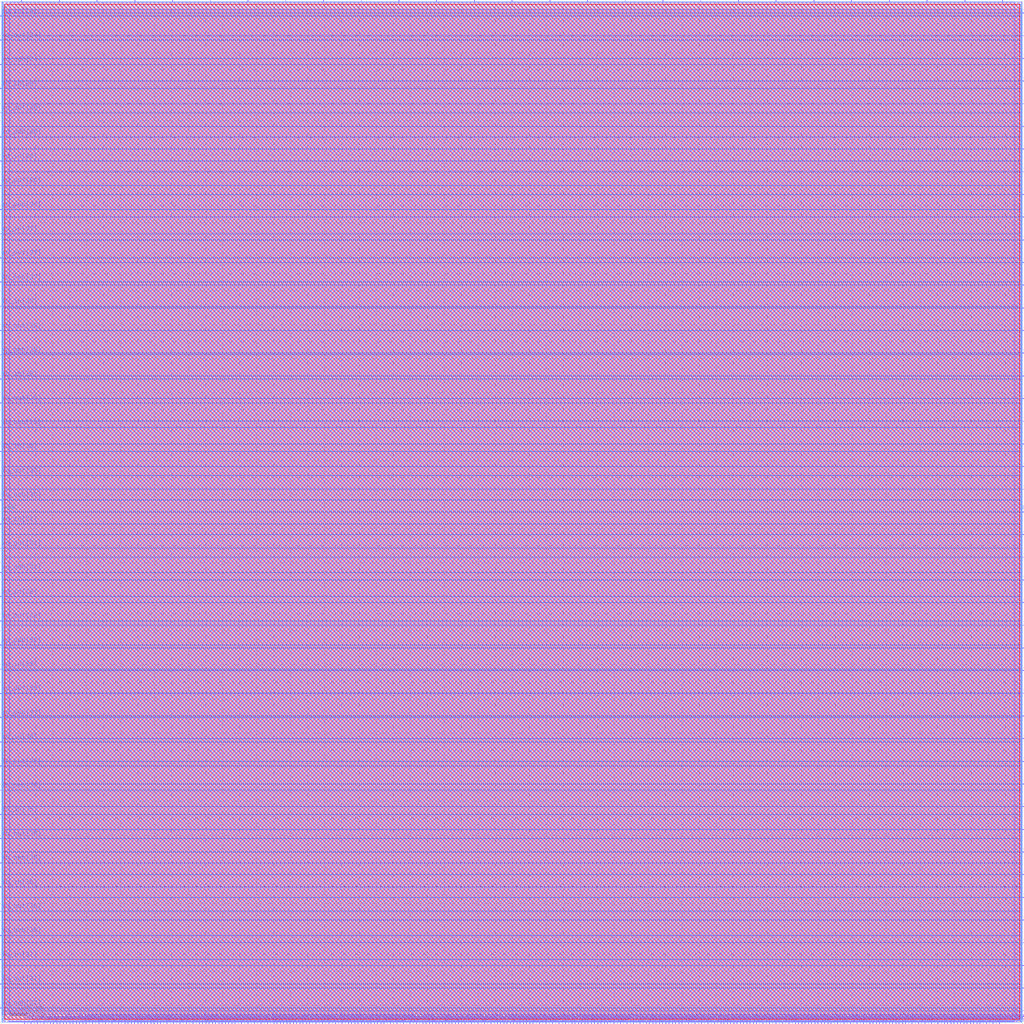
<source format=lef>
VERSION 5.7 ;
  NOWIREEXTENSIONATPIN ON ;
  DIVIDERCHAR "/" ;
  BUSBITCHARS "[]" ;
MACRO user_project_wrapper
  CLASS BLOCK ;
  FOREIGN user_project_wrapper ;
  ORIGIN 0.000 0.000 ;
  SIZE 3000.000 BY 3000.000 ;
  PIN io_in[0]
    DIRECTION INPUT ;
    USE SIGNAL ;
    PORT
      LAYER Metal3 ;
        RECT 2997.600 33.320 3004.800 34.440 ;
    END
  END io_in[0]
  PIN io_in[10]
    DIRECTION INPUT ;
    USE SIGNAL ;
    PORT
      LAYER Metal3 ;
        RECT 2997.600 2032.520 3004.800 2033.640 ;
    END
  END io_in[10]
  PIN io_in[11]
    DIRECTION INPUT ;
    USE SIGNAL ;
    PORT
      LAYER Metal3 ;
        RECT 2997.600 2232.440 3004.800 2233.560 ;
    END
  END io_in[11]
  PIN io_in[12]
    DIRECTION INPUT ;
    USE SIGNAL ;
    PORT
      LAYER Metal3 ;
        RECT 2997.600 2432.360 3004.800 2433.480 ;
    END
  END io_in[12]
  PIN io_in[13]
    DIRECTION INPUT ;
    USE SIGNAL ;
    PORT
      LAYER Metal3 ;
        RECT 2997.600 2632.280 3004.800 2633.400 ;
    END
  END io_in[13]
  PIN io_in[14]
    DIRECTION INPUT ;
    USE SIGNAL ;
    PORT
      LAYER Metal3 ;
        RECT 2997.600 2832.200 3004.800 2833.320 ;
    END
  END io_in[14]
  PIN io_in[15]
    DIRECTION INPUT ;
    USE SIGNAL ;
    PORT
      LAYER Metal2 ;
        RECT 2940.840 2997.600 2941.960 3004.800 ;
    END
  END io_in[15]
  PIN io_in[16]
    DIRECTION INPUT ;
    USE SIGNAL ;
    PORT
      LAYER Metal2 ;
        RECT 2608.200 2997.600 2609.320 3004.800 ;
    END
  END io_in[16]
  PIN io_in[17]
    DIRECTION INPUT ;
    USE SIGNAL ;
    PORT
      LAYER Metal2 ;
        RECT 2275.560 2997.600 2276.680 3004.800 ;
    END
  END io_in[17]
  PIN io_in[18]
    DIRECTION INPUT ;
    USE SIGNAL ;
    PORT
      LAYER Metal2 ;
        RECT 1942.920 2997.600 1944.040 3004.800 ;
    END
  END io_in[18]
  PIN io_in[19]
    DIRECTION INPUT ;
    USE SIGNAL ;
    PORT
      LAYER Metal2 ;
        RECT 1610.280 2997.600 1611.400 3004.800 ;
    END
  END io_in[19]
  PIN io_in[1]
    DIRECTION INPUT ;
    USE SIGNAL ;
    PORT
      LAYER Metal3 ;
        RECT 2997.600 233.240 3004.800 234.360 ;
    END
  END io_in[1]
  PIN io_in[20]
    DIRECTION INPUT ;
    USE SIGNAL ;
    PORT
      LAYER Metal2 ;
        RECT 1277.640 2997.600 1278.760 3004.800 ;
    END
  END io_in[20]
  PIN io_in[21]
    DIRECTION INPUT ;
    USE SIGNAL ;
    PORT
      LAYER Metal2 ;
        RECT 945.000 2997.600 946.120 3004.800 ;
    END
  END io_in[21]
  PIN io_in[22]
    DIRECTION INPUT ;
    USE SIGNAL ;
    PORT
      LAYER Metal2 ;
        RECT 612.360 2997.600 613.480 3004.800 ;
    END
  END io_in[22]
  PIN io_in[23]
    DIRECTION INPUT ;
    USE SIGNAL ;
    PORT
      LAYER Metal2 ;
        RECT 279.720 2997.600 280.840 3004.800 ;
    END
  END io_in[23]
  PIN io_in[24]
    DIRECTION INPUT ;
    USE SIGNAL ;
    PORT
      LAYER Metal3 ;
        RECT -4.800 2957.080 2.400 2958.200 ;
    END
  END io_in[24]
  PIN io_in[25]
    DIRECTION INPUT ;
    USE SIGNAL ;
    PORT
      LAYER Metal3 ;
        RECT -4.800 2743.720 2.400 2744.840 ;
    END
  END io_in[25]
  PIN io_in[26]
    DIRECTION INPUT ;
    USE SIGNAL ;
    PORT
      LAYER Metal3 ;
        RECT -4.800 2530.360 2.400 2531.480 ;
    END
  END io_in[26]
  PIN io_in[27]
    DIRECTION INPUT ;
    USE SIGNAL ;
    PORT
      LAYER Metal3 ;
        RECT -4.800 2317.000 2.400 2318.120 ;
    END
  END io_in[27]
  PIN io_in[28]
    DIRECTION INPUT ;
    USE SIGNAL ;
    PORT
      LAYER Metal3 ;
        RECT -4.800 2103.640 2.400 2104.760 ;
    END
  END io_in[28]
  PIN io_in[29]
    DIRECTION INPUT ;
    USE SIGNAL ;
    PORT
      LAYER Metal3 ;
        RECT -4.800 1890.280 2.400 1891.400 ;
    END
  END io_in[29]
  PIN io_in[2]
    DIRECTION INPUT ;
    USE SIGNAL ;
    PORT
      LAYER Metal3 ;
        RECT 2997.600 433.160 3004.800 434.280 ;
    END
  END io_in[2]
  PIN io_in[30]
    DIRECTION INPUT ;
    USE SIGNAL ;
    PORT
      LAYER Metal3 ;
        RECT -4.800 1676.920 2.400 1678.040 ;
    END
  END io_in[30]
  PIN io_in[31]
    DIRECTION INPUT ;
    USE SIGNAL ;
    PORT
      LAYER Metal3 ;
        RECT -4.800 1463.560 2.400 1464.680 ;
    END
  END io_in[31]
  PIN io_in[32]
    DIRECTION INPUT ;
    USE SIGNAL ;
    PORT
      LAYER Metal3 ;
        RECT -4.800 1250.200 2.400 1251.320 ;
    END
  END io_in[32]
  PIN io_in[33]
    DIRECTION INPUT ;
    USE SIGNAL ;
    PORT
      LAYER Metal3 ;
        RECT -4.800 1036.840 2.400 1037.960 ;
    END
  END io_in[33]
  PIN io_in[34]
    DIRECTION INPUT ;
    USE SIGNAL ;
    PORT
      LAYER Metal3 ;
        RECT -4.800 823.480 2.400 824.600 ;
    END
  END io_in[34]
  PIN io_in[35]
    DIRECTION INPUT ;
    USE SIGNAL ;
    PORT
      LAYER Metal3 ;
        RECT -4.800 610.120 2.400 611.240 ;
    END
  END io_in[35]
  PIN io_in[36]
    DIRECTION INPUT ;
    USE SIGNAL ;
    PORT
      LAYER Metal3 ;
        RECT -4.800 396.760 2.400 397.880 ;
    END
  END io_in[36]
  PIN io_in[37]
    DIRECTION INPUT ;
    USE SIGNAL ;
    PORT
      LAYER Metal3 ;
        RECT -4.800 183.400 2.400 184.520 ;
    END
  END io_in[37]
  PIN io_in[3]
    DIRECTION INPUT ;
    USE SIGNAL ;
    PORT
      LAYER Metal3 ;
        RECT 2997.600 633.080 3004.800 634.200 ;
    END
  END io_in[3]
  PIN io_in[4]
    DIRECTION INPUT ;
    USE SIGNAL ;
    PORT
      LAYER Metal3 ;
        RECT 2997.600 833.000 3004.800 834.120 ;
    END
  END io_in[4]
  PIN io_in[5]
    DIRECTION INPUT ;
    USE SIGNAL ;
    PORT
      LAYER Metal3 ;
        RECT 2997.600 1032.920 3004.800 1034.040 ;
    END
  END io_in[5]
  PIN io_in[6]
    DIRECTION INPUT ;
    USE SIGNAL ;
    PORT
      LAYER Metal3 ;
        RECT 2997.600 1232.840 3004.800 1233.960 ;
    END
  END io_in[6]
  PIN io_in[7]
    DIRECTION INPUT ;
    USE SIGNAL ;
    PORT
      LAYER Metal3 ;
        RECT 2997.600 1432.760 3004.800 1433.880 ;
    END
  END io_in[7]
  PIN io_in[8]
    DIRECTION INPUT ;
    USE SIGNAL ;
    PORT
      LAYER Metal3 ;
        RECT 2997.600 1632.680 3004.800 1633.800 ;
    END
  END io_in[8]
  PIN io_in[9]
    DIRECTION INPUT ;
    USE SIGNAL ;
    PORT
      LAYER Metal3 ;
        RECT 2997.600 1832.600 3004.800 1833.720 ;
    END
  END io_in[9]
  PIN io_oeb[0]
    DIRECTION OUTPUT TRISTATE ;
    USE SIGNAL ;
    PORT
      LAYER Metal3 ;
        RECT 2997.600 166.600 3004.800 167.720 ;
    END
  END io_oeb[0]
  PIN io_oeb[10]
    DIRECTION OUTPUT TRISTATE ;
    USE SIGNAL ;
    PORT
      LAYER Metal3 ;
        RECT 2997.600 2165.800 3004.800 2166.920 ;
    END
  END io_oeb[10]
  PIN io_oeb[11]
    DIRECTION OUTPUT TRISTATE ;
    USE SIGNAL ;
    PORT
      LAYER Metal3 ;
        RECT 2997.600 2365.720 3004.800 2366.840 ;
    END
  END io_oeb[11]
  PIN io_oeb[12]
    DIRECTION OUTPUT TRISTATE ;
    USE SIGNAL ;
    PORT
      LAYER Metal3 ;
        RECT 2997.600 2565.640 3004.800 2566.760 ;
    END
  END io_oeb[12]
  PIN io_oeb[13]
    DIRECTION OUTPUT TRISTATE ;
    USE SIGNAL ;
    PORT
      LAYER Metal3 ;
        RECT 2997.600 2765.560 3004.800 2766.680 ;
    END
  END io_oeb[13]
  PIN io_oeb[14]
    DIRECTION OUTPUT TRISTATE ;
    USE SIGNAL ;
    PORT
      LAYER Metal3 ;
        RECT 2997.600 2965.480 3004.800 2966.600 ;
    END
  END io_oeb[14]
  PIN io_oeb[15]
    DIRECTION OUTPUT TRISTATE ;
    USE SIGNAL ;
    PORT
      LAYER Metal2 ;
        RECT 2719.080 2997.600 2720.200 3004.800 ;
    END
  END io_oeb[15]
  PIN io_oeb[16]
    DIRECTION OUTPUT TRISTATE ;
    USE SIGNAL ;
    PORT
      LAYER Metal2 ;
        RECT 2386.440 2997.600 2387.560 3004.800 ;
    END
  END io_oeb[16]
  PIN io_oeb[17]
    DIRECTION OUTPUT TRISTATE ;
    USE SIGNAL ;
    PORT
      LAYER Metal2 ;
        RECT 2053.800 2997.600 2054.920 3004.800 ;
    END
  END io_oeb[17]
  PIN io_oeb[18]
    DIRECTION OUTPUT TRISTATE ;
    USE SIGNAL ;
    PORT
      LAYER Metal2 ;
        RECT 1721.160 2997.600 1722.280 3004.800 ;
    END
  END io_oeb[18]
  PIN io_oeb[19]
    DIRECTION OUTPUT TRISTATE ;
    USE SIGNAL ;
    PORT
      LAYER Metal2 ;
        RECT 1388.520 2997.600 1389.640 3004.800 ;
    END
  END io_oeb[19]
  PIN io_oeb[1]
    DIRECTION OUTPUT TRISTATE ;
    USE SIGNAL ;
    PORT
      LAYER Metal3 ;
        RECT 2997.600 366.520 3004.800 367.640 ;
    END
  END io_oeb[1]
  PIN io_oeb[20]
    DIRECTION OUTPUT TRISTATE ;
    USE SIGNAL ;
    PORT
      LAYER Metal2 ;
        RECT 1055.880 2997.600 1057.000 3004.800 ;
    END
  END io_oeb[20]
  PIN io_oeb[21]
    DIRECTION OUTPUT TRISTATE ;
    USE SIGNAL ;
    PORT
      LAYER Metal2 ;
        RECT 723.240 2997.600 724.360 3004.800 ;
    END
  END io_oeb[21]
  PIN io_oeb[22]
    DIRECTION OUTPUT TRISTATE ;
    USE SIGNAL ;
    PORT
      LAYER Metal2 ;
        RECT 390.600 2997.600 391.720 3004.800 ;
    END
  END io_oeb[22]
  PIN io_oeb[23]
    DIRECTION OUTPUT TRISTATE ;
    USE SIGNAL ;
    PORT
      LAYER Metal2 ;
        RECT 57.960 2997.600 59.080 3004.800 ;
    END
  END io_oeb[23]
  PIN io_oeb[24]
    DIRECTION OUTPUT TRISTATE ;
    USE SIGNAL ;
    PORT
      LAYER Metal3 ;
        RECT -4.800 2814.840 2.400 2815.960 ;
    END
  END io_oeb[24]
  PIN io_oeb[25]
    DIRECTION OUTPUT TRISTATE ;
    USE SIGNAL ;
    PORT
      LAYER Metal3 ;
        RECT -4.800 2601.480 2.400 2602.600 ;
    END
  END io_oeb[25]
  PIN io_oeb[26]
    DIRECTION OUTPUT TRISTATE ;
    USE SIGNAL ;
    PORT
      LAYER Metal3 ;
        RECT -4.800 2388.120 2.400 2389.240 ;
    END
  END io_oeb[26]
  PIN io_oeb[27]
    DIRECTION OUTPUT TRISTATE ;
    USE SIGNAL ;
    PORT
      LAYER Metal3 ;
        RECT -4.800 2174.760 2.400 2175.880 ;
    END
  END io_oeb[27]
  PIN io_oeb[28]
    DIRECTION OUTPUT TRISTATE ;
    USE SIGNAL ;
    PORT
      LAYER Metal3 ;
        RECT -4.800 1961.400 2.400 1962.520 ;
    END
  END io_oeb[28]
  PIN io_oeb[29]
    DIRECTION OUTPUT TRISTATE ;
    USE SIGNAL ;
    PORT
      LAYER Metal3 ;
        RECT -4.800 1748.040 2.400 1749.160 ;
    END
  END io_oeb[29]
  PIN io_oeb[2]
    DIRECTION OUTPUT TRISTATE ;
    USE SIGNAL ;
    PORT
      LAYER Metal3 ;
        RECT 2997.600 566.440 3004.800 567.560 ;
    END
  END io_oeb[2]
  PIN io_oeb[30]
    DIRECTION OUTPUT TRISTATE ;
    USE SIGNAL ;
    PORT
      LAYER Metal3 ;
        RECT -4.800 1534.680 2.400 1535.800 ;
    END
  END io_oeb[30]
  PIN io_oeb[31]
    DIRECTION OUTPUT TRISTATE ;
    USE SIGNAL ;
    PORT
      LAYER Metal3 ;
        RECT -4.800 1321.320 2.400 1322.440 ;
    END
  END io_oeb[31]
  PIN io_oeb[32]
    DIRECTION OUTPUT TRISTATE ;
    USE SIGNAL ;
    PORT
      LAYER Metal3 ;
        RECT -4.800 1107.960 2.400 1109.080 ;
    END
  END io_oeb[32]
  PIN io_oeb[33]
    DIRECTION OUTPUT TRISTATE ;
    USE SIGNAL ;
    PORT
      LAYER Metal3 ;
        RECT -4.800 894.600 2.400 895.720 ;
    END
  END io_oeb[33]
  PIN io_oeb[34]
    DIRECTION OUTPUT TRISTATE ;
    USE SIGNAL ;
    PORT
      LAYER Metal3 ;
        RECT -4.800 681.240 2.400 682.360 ;
    END
  END io_oeb[34]
  PIN io_oeb[35]
    DIRECTION OUTPUT TRISTATE ;
    USE SIGNAL ;
    PORT
      LAYER Metal3 ;
        RECT -4.800 467.880 2.400 469.000 ;
    END
  END io_oeb[35]
  PIN io_oeb[36]
    DIRECTION OUTPUT TRISTATE ;
    USE SIGNAL ;
    PORT
      LAYER Metal3 ;
        RECT -4.800 254.520 2.400 255.640 ;
    END
  END io_oeb[36]
  PIN io_oeb[37]
    DIRECTION OUTPUT TRISTATE ;
    USE SIGNAL ;
    PORT
      LAYER Metal3 ;
        RECT -4.800 41.160 2.400 42.280 ;
    END
  END io_oeb[37]
  PIN io_oeb[3]
    DIRECTION OUTPUT TRISTATE ;
    USE SIGNAL ;
    PORT
      LAYER Metal3 ;
        RECT 2997.600 766.360 3004.800 767.480 ;
    END
  END io_oeb[3]
  PIN io_oeb[4]
    DIRECTION OUTPUT TRISTATE ;
    USE SIGNAL ;
    PORT
      LAYER Metal3 ;
        RECT 2997.600 966.280 3004.800 967.400 ;
    END
  END io_oeb[4]
  PIN io_oeb[5]
    DIRECTION OUTPUT TRISTATE ;
    USE SIGNAL ;
    PORT
      LAYER Metal3 ;
        RECT 2997.600 1166.200 3004.800 1167.320 ;
    END
  END io_oeb[5]
  PIN io_oeb[6]
    DIRECTION OUTPUT TRISTATE ;
    USE SIGNAL ;
    PORT
      LAYER Metal3 ;
        RECT 2997.600 1366.120 3004.800 1367.240 ;
    END
  END io_oeb[6]
  PIN io_oeb[7]
    DIRECTION OUTPUT TRISTATE ;
    USE SIGNAL ;
    PORT
      LAYER Metal3 ;
        RECT 2997.600 1566.040 3004.800 1567.160 ;
    END
  END io_oeb[7]
  PIN io_oeb[8]
    DIRECTION OUTPUT TRISTATE ;
    USE SIGNAL ;
    PORT
      LAYER Metal3 ;
        RECT 2997.600 1765.960 3004.800 1767.080 ;
    END
  END io_oeb[8]
  PIN io_oeb[9]
    DIRECTION OUTPUT TRISTATE ;
    USE SIGNAL ;
    PORT
      LAYER Metal3 ;
        RECT 2997.600 1965.880 3004.800 1967.000 ;
    END
  END io_oeb[9]
  PIN io_out[0]
    DIRECTION OUTPUT TRISTATE ;
    USE SIGNAL ;
    PORT
      LAYER Metal3 ;
        RECT 2997.600 99.960 3004.800 101.080 ;
    END
  END io_out[0]
  PIN io_out[10]
    DIRECTION OUTPUT TRISTATE ;
    USE SIGNAL ;
    PORT
      LAYER Metal3 ;
        RECT 2997.600 2099.160 3004.800 2100.280 ;
    END
  END io_out[10]
  PIN io_out[11]
    DIRECTION OUTPUT TRISTATE ;
    USE SIGNAL ;
    PORT
      LAYER Metal3 ;
        RECT 2997.600 2299.080 3004.800 2300.200 ;
    END
  END io_out[11]
  PIN io_out[12]
    DIRECTION OUTPUT TRISTATE ;
    USE SIGNAL ;
    PORT
      LAYER Metal3 ;
        RECT 2997.600 2499.000 3004.800 2500.120 ;
    END
  END io_out[12]
  PIN io_out[13]
    DIRECTION OUTPUT TRISTATE ;
    USE SIGNAL ;
    PORT
      LAYER Metal3 ;
        RECT 2997.600 2698.920 3004.800 2700.040 ;
    END
  END io_out[13]
  PIN io_out[14]
    DIRECTION OUTPUT TRISTATE ;
    USE SIGNAL ;
    PORT
      LAYER Metal3 ;
        RECT 2997.600 2898.840 3004.800 2899.960 ;
    END
  END io_out[14]
  PIN io_out[15]
    DIRECTION OUTPUT TRISTATE ;
    USE SIGNAL ;
    PORT
      LAYER Metal2 ;
        RECT 2829.960 2997.600 2831.080 3004.800 ;
    END
  END io_out[15]
  PIN io_out[16]
    DIRECTION OUTPUT TRISTATE ;
    USE SIGNAL ;
    PORT
      LAYER Metal2 ;
        RECT 2497.320 2997.600 2498.440 3004.800 ;
    END
  END io_out[16]
  PIN io_out[17]
    DIRECTION OUTPUT TRISTATE ;
    USE SIGNAL ;
    PORT
      LAYER Metal2 ;
        RECT 2164.680 2997.600 2165.800 3004.800 ;
    END
  END io_out[17]
  PIN io_out[18]
    DIRECTION OUTPUT TRISTATE ;
    USE SIGNAL ;
    PORT
      LAYER Metal2 ;
        RECT 1832.040 2997.600 1833.160 3004.800 ;
    END
  END io_out[18]
  PIN io_out[19]
    DIRECTION OUTPUT TRISTATE ;
    USE SIGNAL ;
    PORT
      LAYER Metal2 ;
        RECT 1499.400 2997.600 1500.520 3004.800 ;
    END
  END io_out[19]
  PIN io_out[1]
    DIRECTION OUTPUT TRISTATE ;
    USE SIGNAL ;
    PORT
      LAYER Metal3 ;
        RECT 2997.600 299.880 3004.800 301.000 ;
    END
  END io_out[1]
  PIN io_out[20]
    DIRECTION OUTPUT TRISTATE ;
    USE SIGNAL ;
    PORT
      LAYER Metal2 ;
        RECT 1166.760 2997.600 1167.880 3004.800 ;
    END
  END io_out[20]
  PIN io_out[21]
    DIRECTION OUTPUT TRISTATE ;
    USE SIGNAL ;
    PORT
      LAYER Metal2 ;
        RECT 834.120 2997.600 835.240 3004.800 ;
    END
  END io_out[21]
  PIN io_out[22]
    DIRECTION OUTPUT TRISTATE ;
    USE SIGNAL ;
    PORT
      LAYER Metal2 ;
        RECT 501.480 2997.600 502.600 3004.800 ;
    END
  END io_out[22]
  PIN io_out[23]
    DIRECTION OUTPUT TRISTATE ;
    USE SIGNAL ;
    PORT
      LAYER Metal2 ;
        RECT 168.840 2997.600 169.960 3004.800 ;
    END
  END io_out[23]
  PIN io_out[24]
    DIRECTION OUTPUT TRISTATE ;
    USE SIGNAL ;
    PORT
      LAYER Metal3 ;
        RECT -4.800 2885.960 2.400 2887.080 ;
    END
  END io_out[24]
  PIN io_out[25]
    DIRECTION OUTPUT TRISTATE ;
    USE SIGNAL ;
    PORT
      LAYER Metal3 ;
        RECT -4.800 2672.600 2.400 2673.720 ;
    END
  END io_out[25]
  PIN io_out[26]
    DIRECTION OUTPUT TRISTATE ;
    USE SIGNAL ;
    PORT
      LAYER Metal3 ;
        RECT -4.800 2459.240 2.400 2460.360 ;
    END
  END io_out[26]
  PIN io_out[27]
    DIRECTION OUTPUT TRISTATE ;
    USE SIGNAL ;
    PORT
      LAYER Metal3 ;
        RECT -4.800 2245.880 2.400 2247.000 ;
    END
  END io_out[27]
  PIN io_out[28]
    DIRECTION OUTPUT TRISTATE ;
    USE SIGNAL ;
    PORT
      LAYER Metal3 ;
        RECT -4.800 2032.520 2.400 2033.640 ;
    END
  END io_out[28]
  PIN io_out[29]
    DIRECTION OUTPUT TRISTATE ;
    USE SIGNAL ;
    PORT
      LAYER Metal3 ;
        RECT -4.800 1819.160 2.400 1820.280 ;
    END
  END io_out[29]
  PIN io_out[2]
    DIRECTION OUTPUT TRISTATE ;
    USE SIGNAL ;
    PORT
      LAYER Metal3 ;
        RECT 2997.600 499.800 3004.800 500.920 ;
    END
  END io_out[2]
  PIN io_out[30]
    DIRECTION OUTPUT TRISTATE ;
    USE SIGNAL ;
    PORT
      LAYER Metal3 ;
        RECT -4.800 1605.800 2.400 1606.920 ;
    END
  END io_out[30]
  PIN io_out[31]
    DIRECTION OUTPUT TRISTATE ;
    USE SIGNAL ;
    PORT
      LAYER Metal3 ;
        RECT -4.800 1392.440 2.400 1393.560 ;
    END
  END io_out[31]
  PIN io_out[32]
    DIRECTION OUTPUT TRISTATE ;
    USE SIGNAL ;
    PORT
      LAYER Metal3 ;
        RECT -4.800 1179.080 2.400 1180.200 ;
    END
  END io_out[32]
  PIN io_out[33]
    DIRECTION OUTPUT TRISTATE ;
    USE SIGNAL ;
    PORT
      LAYER Metal3 ;
        RECT -4.800 965.720 2.400 966.840 ;
    END
  END io_out[33]
  PIN io_out[34]
    DIRECTION OUTPUT TRISTATE ;
    USE SIGNAL ;
    PORT
      LAYER Metal3 ;
        RECT -4.800 752.360 2.400 753.480 ;
    END
  END io_out[34]
  PIN io_out[35]
    DIRECTION OUTPUT TRISTATE ;
    USE SIGNAL ;
    PORT
      LAYER Metal3 ;
        RECT -4.800 539.000 2.400 540.120 ;
    END
  END io_out[35]
  PIN io_out[36]
    DIRECTION OUTPUT TRISTATE ;
    USE SIGNAL ;
    PORT
      LAYER Metal3 ;
        RECT -4.800 325.640 2.400 326.760 ;
    END
  END io_out[36]
  PIN io_out[37]
    DIRECTION OUTPUT TRISTATE ;
    USE SIGNAL ;
    PORT
      LAYER Metal3 ;
        RECT -4.800 112.280 2.400 113.400 ;
    END
  END io_out[37]
  PIN io_out[3]
    DIRECTION OUTPUT TRISTATE ;
    USE SIGNAL ;
    PORT
      LAYER Metal3 ;
        RECT 2997.600 699.720 3004.800 700.840 ;
    END
  END io_out[3]
  PIN io_out[4]
    DIRECTION OUTPUT TRISTATE ;
    USE SIGNAL ;
    PORT
      LAYER Metal3 ;
        RECT 2997.600 899.640 3004.800 900.760 ;
    END
  END io_out[4]
  PIN io_out[5]
    DIRECTION OUTPUT TRISTATE ;
    USE SIGNAL ;
    PORT
      LAYER Metal3 ;
        RECT 2997.600 1099.560 3004.800 1100.680 ;
    END
  END io_out[5]
  PIN io_out[6]
    DIRECTION OUTPUT TRISTATE ;
    USE SIGNAL ;
    PORT
      LAYER Metal3 ;
        RECT 2997.600 1299.480 3004.800 1300.600 ;
    END
  END io_out[6]
  PIN io_out[7]
    DIRECTION OUTPUT TRISTATE ;
    USE SIGNAL ;
    PORT
      LAYER Metal3 ;
        RECT 2997.600 1499.400 3004.800 1500.520 ;
    END
  END io_out[7]
  PIN io_out[8]
    DIRECTION OUTPUT TRISTATE ;
    USE SIGNAL ;
    PORT
      LAYER Metal3 ;
        RECT 2997.600 1699.320 3004.800 1700.440 ;
    END
  END io_out[8]
  PIN io_out[9]
    DIRECTION OUTPUT TRISTATE ;
    USE SIGNAL ;
    PORT
      LAYER Metal3 ;
        RECT 2997.600 1899.240 3004.800 1900.360 ;
    END
  END io_out[9]
  PIN la_data_in[0]
    DIRECTION INPUT ;
    USE SIGNAL ;
    PORT
      LAYER Metal2 ;
        RECT 1075.480 -4.800 1076.600 2.400 ;
    END
  END la_data_in[0]
  PIN la_data_in[10]
    DIRECTION INPUT ;
    USE SIGNAL ;
    PORT
      LAYER Metal2 ;
        RECT 1361.080 -4.800 1362.200 2.400 ;
    END
  END la_data_in[10]
  PIN la_data_in[11]
    DIRECTION INPUT ;
    USE SIGNAL ;
    PORT
      LAYER Metal2 ;
        RECT 1389.640 -4.800 1390.760 2.400 ;
    END
  END la_data_in[11]
  PIN la_data_in[12]
    DIRECTION INPUT ;
    USE SIGNAL ;
    PORT
      LAYER Metal2 ;
        RECT 1418.200 -4.800 1419.320 2.400 ;
    END
  END la_data_in[12]
  PIN la_data_in[13]
    DIRECTION INPUT ;
    USE SIGNAL ;
    PORT
      LAYER Metal2 ;
        RECT 1446.760 -4.800 1447.880 2.400 ;
    END
  END la_data_in[13]
  PIN la_data_in[14]
    DIRECTION INPUT ;
    USE SIGNAL ;
    PORT
      LAYER Metal2 ;
        RECT 1475.320 -4.800 1476.440 2.400 ;
    END
  END la_data_in[14]
  PIN la_data_in[15]
    DIRECTION INPUT ;
    USE SIGNAL ;
    PORT
      LAYER Metal2 ;
        RECT 1503.880 -4.800 1505.000 2.400 ;
    END
  END la_data_in[15]
  PIN la_data_in[16]
    DIRECTION INPUT ;
    USE SIGNAL ;
    PORT
      LAYER Metal2 ;
        RECT 1532.440 -4.800 1533.560 2.400 ;
    END
  END la_data_in[16]
  PIN la_data_in[17]
    DIRECTION INPUT ;
    USE SIGNAL ;
    PORT
      LAYER Metal2 ;
        RECT 1561.000 -4.800 1562.120 2.400 ;
    END
  END la_data_in[17]
  PIN la_data_in[18]
    DIRECTION INPUT ;
    USE SIGNAL ;
    PORT
      LAYER Metal2 ;
        RECT 1589.560 -4.800 1590.680 2.400 ;
    END
  END la_data_in[18]
  PIN la_data_in[19]
    DIRECTION INPUT ;
    USE SIGNAL ;
    PORT
      LAYER Metal2 ;
        RECT 1618.120 -4.800 1619.240 2.400 ;
    END
  END la_data_in[19]
  PIN la_data_in[1]
    DIRECTION INPUT ;
    USE SIGNAL ;
    PORT
      LAYER Metal2 ;
        RECT 1104.040 -4.800 1105.160 2.400 ;
    END
  END la_data_in[1]
  PIN la_data_in[20]
    DIRECTION INPUT ;
    USE SIGNAL ;
    PORT
      LAYER Metal2 ;
        RECT 1646.680 -4.800 1647.800 2.400 ;
    END
  END la_data_in[20]
  PIN la_data_in[21]
    DIRECTION INPUT ;
    USE SIGNAL ;
    PORT
      LAYER Metal2 ;
        RECT 1675.240 -4.800 1676.360 2.400 ;
    END
  END la_data_in[21]
  PIN la_data_in[22]
    DIRECTION INPUT ;
    USE SIGNAL ;
    PORT
      LAYER Metal2 ;
        RECT 1703.800 -4.800 1704.920 2.400 ;
    END
  END la_data_in[22]
  PIN la_data_in[23]
    DIRECTION INPUT ;
    USE SIGNAL ;
    PORT
      LAYER Metal2 ;
        RECT 1732.360 -4.800 1733.480 2.400 ;
    END
  END la_data_in[23]
  PIN la_data_in[24]
    DIRECTION INPUT ;
    USE SIGNAL ;
    PORT
      LAYER Metal2 ;
        RECT 1760.920 -4.800 1762.040 2.400 ;
    END
  END la_data_in[24]
  PIN la_data_in[25]
    DIRECTION INPUT ;
    USE SIGNAL ;
    PORT
      LAYER Metal2 ;
        RECT 1789.480 -4.800 1790.600 2.400 ;
    END
  END la_data_in[25]
  PIN la_data_in[26]
    DIRECTION INPUT ;
    USE SIGNAL ;
    PORT
      LAYER Metal2 ;
        RECT 1818.040 -4.800 1819.160 2.400 ;
    END
  END la_data_in[26]
  PIN la_data_in[27]
    DIRECTION INPUT ;
    USE SIGNAL ;
    PORT
      LAYER Metal2 ;
        RECT 1846.600 -4.800 1847.720 2.400 ;
    END
  END la_data_in[27]
  PIN la_data_in[28]
    DIRECTION INPUT ;
    USE SIGNAL ;
    PORT
      LAYER Metal2 ;
        RECT 1875.160 -4.800 1876.280 2.400 ;
    END
  END la_data_in[28]
  PIN la_data_in[29]
    DIRECTION INPUT ;
    USE SIGNAL ;
    PORT
      LAYER Metal2 ;
        RECT 1903.720 -4.800 1904.840 2.400 ;
    END
  END la_data_in[29]
  PIN la_data_in[2]
    DIRECTION INPUT ;
    USE SIGNAL ;
    PORT
      LAYER Metal2 ;
        RECT 1132.600 -4.800 1133.720 2.400 ;
    END
  END la_data_in[2]
  PIN la_data_in[30]
    DIRECTION INPUT ;
    USE SIGNAL ;
    PORT
      LAYER Metal2 ;
        RECT 1932.280 -4.800 1933.400 2.400 ;
    END
  END la_data_in[30]
  PIN la_data_in[31]
    DIRECTION INPUT ;
    USE SIGNAL ;
    PORT
      LAYER Metal2 ;
        RECT 1960.840 -4.800 1961.960 2.400 ;
    END
  END la_data_in[31]
  PIN la_data_in[32]
    DIRECTION INPUT ;
    USE SIGNAL ;
    PORT
      LAYER Metal2 ;
        RECT 1989.400 -4.800 1990.520 2.400 ;
    END
  END la_data_in[32]
  PIN la_data_in[33]
    DIRECTION INPUT ;
    USE SIGNAL ;
    PORT
      LAYER Metal2 ;
        RECT 2017.960 -4.800 2019.080 2.400 ;
    END
  END la_data_in[33]
  PIN la_data_in[34]
    DIRECTION INPUT ;
    USE SIGNAL ;
    PORT
      LAYER Metal2 ;
        RECT 2046.520 -4.800 2047.640 2.400 ;
    END
  END la_data_in[34]
  PIN la_data_in[35]
    DIRECTION INPUT ;
    USE SIGNAL ;
    PORT
      LAYER Metal2 ;
        RECT 2075.080 -4.800 2076.200 2.400 ;
    END
  END la_data_in[35]
  PIN la_data_in[36]
    DIRECTION INPUT ;
    USE SIGNAL ;
    PORT
      LAYER Metal2 ;
        RECT 2103.640 -4.800 2104.760 2.400 ;
    END
  END la_data_in[36]
  PIN la_data_in[37]
    DIRECTION INPUT ;
    USE SIGNAL ;
    PORT
      LAYER Metal2 ;
        RECT 2132.200 -4.800 2133.320 2.400 ;
    END
  END la_data_in[37]
  PIN la_data_in[38]
    DIRECTION INPUT ;
    USE SIGNAL ;
    PORT
      LAYER Metal2 ;
        RECT 2160.760 -4.800 2161.880 2.400 ;
    END
  END la_data_in[38]
  PIN la_data_in[39]
    DIRECTION INPUT ;
    USE SIGNAL ;
    PORT
      LAYER Metal2 ;
        RECT 2189.320 -4.800 2190.440 2.400 ;
    END
  END la_data_in[39]
  PIN la_data_in[3]
    DIRECTION INPUT ;
    USE SIGNAL ;
    PORT
      LAYER Metal2 ;
        RECT 1161.160 -4.800 1162.280 2.400 ;
    END
  END la_data_in[3]
  PIN la_data_in[40]
    DIRECTION INPUT ;
    USE SIGNAL ;
    PORT
      LAYER Metal2 ;
        RECT 2217.880 -4.800 2219.000 2.400 ;
    END
  END la_data_in[40]
  PIN la_data_in[41]
    DIRECTION INPUT ;
    USE SIGNAL ;
    PORT
      LAYER Metal2 ;
        RECT 2246.440 -4.800 2247.560 2.400 ;
    END
  END la_data_in[41]
  PIN la_data_in[42]
    DIRECTION INPUT ;
    USE SIGNAL ;
    PORT
      LAYER Metal2 ;
        RECT 2275.000 -4.800 2276.120 2.400 ;
    END
  END la_data_in[42]
  PIN la_data_in[43]
    DIRECTION INPUT ;
    USE SIGNAL ;
    PORT
      LAYER Metal2 ;
        RECT 2303.560 -4.800 2304.680 2.400 ;
    END
  END la_data_in[43]
  PIN la_data_in[44]
    DIRECTION INPUT ;
    USE SIGNAL ;
    PORT
      LAYER Metal2 ;
        RECT 2332.120 -4.800 2333.240 2.400 ;
    END
  END la_data_in[44]
  PIN la_data_in[45]
    DIRECTION INPUT ;
    USE SIGNAL ;
    PORT
      LAYER Metal2 ;
        RECT 2360.680 -4.800 2361.800 2.400 ;
    END
  END la_data_in[45]
  PIN la_data_in[46]
    DIRECTION INPUT ;
    USE SIGNAL ;
    PORT
      LAYER Metal2 ;
        RECT 2389.240 -4.800 2390.360 2.400 ;
    END
  END la_data_in[46]
  PIN la_data_in[47]
    DIRECTION INPUT ;
    USE SIGNAL ;
    PORT
      LAYER Metal2 ;
        RECT 2417.800 -4.800 2418.920 2.400 ;
    END
  END la_data_in[47]
  PIN la_data_in[48]
    DIRECTION INPUT ;
    USE SIGNAL ;
    PORT
      LAYER Metal2 ;
        RECT 2446.360 -4.800 2447.480 2.400 ;
    END
  END la_data_in[48]
  PIN la_data_in[49]
    DIRECTION INPUT ;
    USE SIGNAL ;
    PORT
      LAYER Metal2 ;
        RECT 2474.920 -4.800 2476.040 2.400 ;
    END
  END la_data_in[49]
  PIN la_data_in[4]
    DIRECTION INPUT ;
    USE SIGNAL ;
    PORT
      LAYER Metal2 ;
        RECT 1189.720 -4.800 1190.840 2.400 ;
    END
  END la_data_in[4]
  PIN la_data_in[50]
    DIRECTION INPUT ;
    USE SIGNAL ;
    PORT
      LAYER Metal2 ;
        RECT 2503.480 -4.800 2504.600 2.400 ;
    END
  END la_data_in[50]
  PIN la_data_in[51]
    DIRECTION INPUT ;
    USE SIGNAL ;
    PORT
      LAYER Metal2 ;
        RECT 2532.040 -4.800 2533.160 2.400 ;
    END
  END la_data_in[51]
  PIN la_data_in[52]
    DIRECTION INPUT ;
    USE SIGNAL ;
    PORT
      LAYER Metal2 ;
        RECT 2560.600 -4.800 2561.720 2.400 ;
    END
  END la_data_in[52]
  PIN la_data_in[53]
    DIRECTION INPUT ;
    USE SIGNAL ;
    PORT
      LAYER Metal2 ;
        RECT 2589.160 -4.800 2590.280 2.400 ;
    END
  END la_data_in[53]
  PIN la_data_in[54]
    DIRECTION INPUT ;
    USE SIGNAL ;
    PORT
      LAYER Metal2 ;
        RECT 2617.720 -4.800 2618.840 2.400 ;
    END
  END la_data_in[54]
  PIN la_data_in[55]
    DIRECTION INPUT ;
    USE SIGNAL ;
    PORT
      LAYER Metal2 ;
        RECT 2646.280 -4.800 2647.400 2.400 ;
    END
  END la_data_in[55]
  PIN la_data_in[56]
    DIRECTION INPUT ;
    USE SIGNAL ;
    PORT
      LAYER Metal2 ;
        RECT 2674.840 -4.800 2675.960 2.400 ;
    END
  END la_data_in[56]
  PIN la_data_in[57]
    DIRECTION INPUT ;
    USE SIGNAL ;
    PORT
      LAYER Metal2 ;
        RECT 2703.400 -4.800 2704.520 2.400 ;
    END
  END la_data_in[57]
  PIN la_data_in[58]
    DIRECTION INPUT ;
    USE SIGNAL ;
    PORT
      LAYER Metal2 ;
        RECT 2731.960 -4.800 2733.080 2.400 ;
    END
  END la_data_in[58]
  PIN la_data_in[59]
    DIRECTION INPUT ;
    USE SIGNAL ;
    PORT
      LAYER Metal2 ;
        RECT 2760.520 -4.800 2761.640 2.400 ;
    END
  END la_data_in[59]
  PIN la_data_in[5]
    DIRECTION INPUT ;
    USE SIGNAL ;
    PORT
      LAYER Metal2 ;
        RECT 1218.280 -4.800 1219.400 2.400 ;
    END
  END la_data_in[5]
  PIN la_data_in[60]
    DIRECTION INPUT ;
    USE SIGNAL ;
    PORT
      LAYER Metal2 ;
        RECT 2789.080 -4.800 2790.200 2.400 ;
    END
  END la_data_in[60]
  PIN la_data_in[61]
    DIRECTION INPUT ;
    USE SIGNAL ;
    PORT
      LAYER Metal2 ;
        RECT 2817.640 -4.800 2818.760 2.400 ;
    END
  END la_data_in[61]
  PIN la_data_in[62]
    DIRECTION INPUT ;
    USE SIGNAL ;
    PORT
      LAYER Metal2 ;
        RECT 2846.200 -4.800 2847.320 2.400 ;
    END
  END la_data_in[62]
  PIN la_data_in[63]
    DIRECTION INPUT ;
    USE SIGNAL ;
    PORT
      LAYER Metal2 ;
        RECT 2874.760 -4.800 2875.880 2.400 ;
    END
  END la_data_in[63]
  PIN la_data_in[6]
    DIRECTION INPUT ;
    USE SIGNAL ;
    PORT
      LAYER Metal2 ;
        RECT 1246.840 -4.800 1247.960 2.400 ;
    END
  END la_data_in[6]
  PIN la_data_in[7]
    DIRECTION INPUT ;
    USE SIGNAL ;
    PORT
      LAYER Metal2 ;
        RECT 1275.400 -4.800 1276.520 2.400 ;
    END
  END la_data_in[7]
  PIN la_data_in[8]
    DIRECTION INPUT ;
    USE SIGNAL ;
    PORT
      LAYER Metal2 ;
        RECT 1303.960 -4.800 1305.080 2.400 ;
    END
  END la_data_in[8]
  PIN la_data_in[9]
    DIRECTION INPUT ;
    USE SIGNAL ;
    PORT
      LAYER Metal2 ;
        RECT 1332.520 -4.800 1333.640 2.400 ;
    END
  END la_data_in[9]
  PIN la_data_out[0]
    DIRECTION OUTPUT TRISTATE ;
    USE SIGNAL ;
    PORT
      LAYER Metal2 ;
        RECT 1085.000 -4.800 1086.120 2.400 ;
    END
  END la_data_out[0]
  PIN la_data_out[10]
    DIRECTION OUTPUT TRISTATE ;
    USE SIGNAL ;
    PORT
      LAYER Metal2 ;
        RECT 1370.600 -4.800 1371.720 2.400 ;
    END
  END la_data_out[10]
  PIN la_data_out[11]
    DIRECTION OUTPUT TRISTATE ;
    USE SIGNAL ;
    PORT
      LAYER Metal2 ;
        RECT 1399.160 -4.800 1400.280 2.400 ;
    END
  END la_data_out[11]
  PIN la_data_out[12]
    DIRECTION OUTPUT TRISTATE ;
    USE SIGNAL ;
    PORT
      LAYER Metal2 ;
        RECT 1427.720 -4.800 1428.840 2.400 ;
    END
  END la_data_out[12]
  PIN la_data_out[13]
    DIRECTION OUTPUT TRISTATE ;
    USE SIGNAL ;
    PORT
      LAYER Metal2 ;
        RECT 1456.280 -4.800 1457.400 2.400 ;
    END
  END la_data_out[13]
  PIN la_data_out[14]
    DIRECTION OUTPUT TRISTATE ;
    USE SIGNAL ;
    PORT
      LAYER Metal2 ;
        RECT 1484.840 -4.800 1485.960 2.400 ;
    END
  END la_data_out[14]
  PIN la_data_out[15]
    DIRECTION OUTPUT TRISTATE ;
    USE SIGNAL ;
    PORT
      LAYER Metal2 ;
        RECT 1513.400 -4.800 1514.520 2.400 ;
    END
  END la_data_out[15]
  PIN la_data_out[16]
    DIRECTION OUTPUT TRISTATE ;
    USE SIGNAL ;
    PORT
      LAYER Metal2 ;
        RECT 1541.960 -4.800 1543.080 2.400 ;
    END
  END la_data_out[16]
  PIN la_data_out[17]
    DIRECTION OUTPUT TRISTATE ;
    USE SIGNAL ;
    PORT
      LAYER Metal2 ;
        RECT 1570.520 -4.800 1571.640 2.400 ;
    END
  END la_data_out[17]
  PIN la_data_out[18]
    DIRECTION OUTPUT TRISTATE ;
    USE SIGNAL ;
    PORT
      LAYER Metal2 ;
        RECT 1599.080 -4.800 1600.200 2.400 ;
    END
  END la_data_out[18]
  PIN la_data_out[19]
    DIRECTION OUTPUT TRISTATE ;
    USE SIGNAL ;
    PORT
      LAYER Metal2 ;
        RECT 1627.640 -4.800 1628.760 2.400 ;
    END
  END la_data_out[19]
  PIN la_data_out[1]
    DIRECTION OUTPUT TRISTATE ;
    USE SIGNAL ;
    PORT
      LAYER Metal2 ;
        RECT 1113.560 -4.800 1114.680 2.400 ;
    END
  END la_data_out[1]
  PIN la_data_out[20]
    DIRECTION OUTPUT TRISTATE ;
    USE SIGNAL ;
    PORT
      LAYER Metal2 ;
        RECT 1656.200 -4.800 1657.320 2.400 ;
    END
  END la_data_out[20]
  PIN la_data_out[21]
    DIRECTION OUTPUT TRISTATE ;
    USE SIGNAL ;
    PORT
      LAYER Metal2 ;
        RECT 1684.760 -4.800 1685.880 2.400 ;
    END
  END la_data_out[21]
  PIN la_data_out[22]
    DIRECTION OUTPUT TRISTATE ;
    USE SIGNAL ;
    PORT
      LAYER Metal2 ;
        RECT 1713.320 -4.800 1714.440 2.400 ;
    END
  END la_data_out[22]
  PIN la_data_out[23]
    DIRECTION OUTPUT TRISTATE ;
    USE SIGNAL ;
    PORT
      LAYER Metal2 ;
        RECT 1741.880 -4.800 1743.000 2.400 ;
    END
  END la_data_out[23]
  PIN la_data_out[24]
    DIRECTION OUTPUT TRISTATE ;
    USE SIGNAL ;
    PORT
      LAYER Metal2 ;
        RECT 1770.440 -4.800 1771.560 2.400 ;
    END
  END la_data_out[24]
  PIN la_data_out[25]
    DIRECTION OUTPUT TRISTATE ;
    USE SIGNAL ;
    PORT
      LAYER Metal2 ;
        RECT 1799.000 -4.800 1800.120 2.400 ;
    END
  END la_data_out[25]
  PIN la_data_out[26]
    DIRECTION OUTPUT TRISTATE ;
    USE SIGNAL ;
    PORT
      LAYER Metal2 ;
        RECT 1827.560 -4.800 1828.680 2.400 ;
    END
  END la_data_out[26]
  PIN la_data_out[27]
    DIRECTION OUTPUT TRISTATE ;
    USE SIGNAL ;
    PORT
      LAYER Metal2 ;
        RECT 1856.120 -4.800 1857.240 2.400 ;
    END
  END la_data_out[27]
  PIN la_data_out[28]
    DIRECTION OUTPUT TRISTATE ;
    USE SIGNAL ;
    PORT
      LAYER Metal2 ;
        RECT 1884.680 -4.800 1885.800 2.400 ;
    END
  END la_data_out[28]
  PIN la_data_out[29]
    DIRECTION OUTPUT TRISTATE ;
    USE SIGNAL ;
    PORT
      LAYER Metal2 ;
        RECT 1913.240 -4.800 1914.360 2.400 ;
    END
  END la_data_out[29]
  PIN la_data_out[2]
    DIRECTION OUTPUT TRISTATE ;
    USE SIGNAL ;
    PORT
      LAYER Metal2 ;
        RECT 1142.120 -4.800 1143.240 2.400 ;
    END
  END la_data_out[2]
  PIN la_data_out[30]
    DIRECTION OUTPUT TRISTATE ;
    USE SIGNAL ;
    PORT
      LAYER Metal2 ;
        RECT 1941.800 -4.800 1942.920 2.400 ;
    END
  END la_data_out[30]
  PIN la_data_out[31]
    DIRECTION OUTPUT TRISTATE ;
    USE SIGNAL ;
    PORT
      LAYER Metal2 ;
        RECT 1970.360 -4.800 1971.480 2.400 ;
    END
  END la_data_out[31]
  PIN la_data_out[32]
    DIRECTION OUTPUT TRISTATE ;
    USE SIGNAL ;
    PORT
      LAYER Metal2 ;
        RECT 1998.920 -4.800 2000.040 2.400 ;
    END
  END la_data_out[32]
  PIN la_data_out[33]
    DIRECTION OUTPUT TRISTATE ;
    USE SIGNAL ;
    PORT
      LAYER Metal2 ;
        RECT 2027.480 -4.800 2028.600 2.400 ;
    END
  END la_data_out[33]
  PIN la_data_out[34]
    DIRECTION OUTPUT TRISTATE ;
    USE SIGNAL ;
    PORT
      LAYER Metal2 ;
        RECT 2056.040 -4.800 2057.160 2.400 ;
    END
  END la_data_out[34]
  PIN la_data_out[35]
    DIRECTION OUTPUT TRISTATE ;
    USE SIGNAL ;
    PORT
      LAYER Metal2 ;
        RECT 2084.600 -4.800 2085.720 2.400 ;
    END
  END la_data_out[35]
  PIN la_data_out[36]
    DIRECTION OUTPUT TRISTATE ;
    USE SIGNAL ;
    PORT
      LAYER Metal2 ;
        RECT 2113.160 -4.800 2114.280 2.400 ;
    END
  END la_data_out[36]
  PIN la_data_out[37]
    DIRECTION OUTPUT TRISTATE ;
    USE SIGNAL ;
    PORT
      LAYER Metal2 ;
        RECT 2141.720 -4.800 2142.840 2.400 ;
    END
  END la_data_out[37]
  PIN la_data_out[38]
    DIRECTION OUTPUT TRISTATE ;
    USE SIGNAL ;
    PORT
      LAYER Metal2 ;
        RECT 2170.280 -4.800 2171.400 2.400 ;
    END
  END la_data_out[38]
  PIN la_data_out[39]
    DIRECTION OUTPUT TRISTATE ;
    USE SIGNAL ;
    PORT
      LAYER Metal2 ;
        RECT 2198.840 -4.800 2199.960 2.400 ;
    END
  END la_data_out[39]
  PIN la_data_out[3]
    DIRECTION OUTPUT TRISTATE ;
    USE SIGNAL ;
    PORT
      LAYER Metal2 ;
        RECT 1170.680 -4.800 1171.800 2.400 ;
    END
  END la_data_out[3]
  PIN la_data_out[40]
    DIRECTION OUTPUT TRISTATE ;
    USE SIGNAL ;
    PORT
      LAYER Metal2 ;
        RECT 2227.400 -4.800 2228.520 2.400 ;
    END
  END la_data_out[40]
  PIN la_data_out[41]
    DIRECTION OUTPUT TRISTATE ;
    USE SIGNAL ;
    PORT
      LAYER Metal2 ;
        RECT 2255.960 -4.800 2257.080 2.400 ;
    END
  END la_data_out[41]
  PIN la_data_out[42]
    DIRECTION OUTPUT TRISTATE ;
    USE SIGNAL ;
    PORT
      LAYER Metal2 ;
        RECT 2284.520 -4.800 2285.640 2.400 ;
    END
  END la_data_out[42]
  PIN la_data_out[43]
    DIRECTION OUTPUT TRISTATE ;
    USE SIGNAL ;
    PORT
      LAYER Metal2 ;
        RECT 2313.080 -4.800 2314.200 2.400 ;
    END
  END la_data_out[43]
  PIN la_data_out[44]
    DIRECTION OUTPUT TRISTATE ;
    USE SIGNAL ;
    PORT
      LAYER Metal2 ;
        RECT 2341.640 -4.800 2342.760 2.400 ;
    END
  END la_data_out[44]
  PIN la_data_out[45]
    DIRECTION OUTPUT TRISTATE ;
    USE SIGNAL ;
    PORT
      LAYER Metal2 ;
        RECT 2370.200 -4.800 2371.320 2.400 ;
    END
  END la_data_out[45]
  PIN la_data_out[46]
    DIRECTION OUTPUT TRISTATE ;
    USE SIGNAL ;
    PORT
      LAYER Metal2 ;
        RECT 2398.760 -4.800 2399.880 2.400 ;
    END
  END la_data_out[46]
  PIN la_data_out[47]
    DIRECTION OUTPUT TRISTATE ;
    USE SIGNAL ;
    PORT
      LAYER Metal2 ;
        RECT 2427.320 -4.800 2428.440 2.400 ;
    END
  END la_data_out[47]
  PIN la_data_out[48]
    DIRECTION OUTPUT TRISTATE ;
    USE SIGNAL ;
    PORT
      LAYER Metal2 ;
        RECT 2455.880 -4.800 2457.000 2.400 ;
    END
  END la_data_out[48]
  PIN la_data_out[49]
    DIRECTION OUTPUT TRISTATE ;
    USE SIGNAL ;
    PORT
      LAYER Metal2 ;
        RECT 2484.440 -4.800 2485.560 2.400 ;
    END
  END la_data_out[49]
  PIN la_data_out[4]
    DIRECTION OUTPUT TRISTATE ;
    USE SIGNAL ;
    PORT
      LAYER Metal2 ;
        RECT 1199.240 -4.800 1200.360 2.400 ;
    END
  END la_data_out[4]
  PIN la_data_out[50]
    DIRECTION OUTPUT TRISTATE ;
    USE SIGNAL ;
    PORT
      LAYER Metal2 ;
        RECT 2513.000 -4.800 2514.120 2.400 ;
    END
  END la_data_out[50]
  PIN la_data_out[51]
    DIRECTION OUTPUT TRISTATE ;
    USE SIGNAL ;
    PORT
      LAYER Metal2 ;
        RECT 2541.560 -4.800 2542.680 2.400 ;
    END
  END la_data_out[51]
  PIN la_data_out[52]
    DIRECTION OUTPUT TRISTATE ;
    USE SIGNAL ;
    PORT
      LAYER Metal2 ;
        RECT 2570.120 -4.800 2571.240 2.400 ;
    END
  END la_data_out[52]
  PIN la_data_out[53]
    DIRECTION OUTPUT TRISTATE ;
    USE SIGNAL ;
    PORT
      LAYER Metal2 ;
        RECT 2598.680 -4.800 2599.800 2.400 ;
    END
  END la_data_out[53]
  PIN la_data_out[54]
    DIRECTION OUTPUT TRISTATE ;
    USE SIGNAL ;
    PORT
      LAYER Metal2 ;
        RECT 2627.240 -4.800 2628.360 2.400 ;
    END
  END la_data_out[54]
  PIN la_data_out[55]
    DIRECTION OUTPUT TRISTATE ;
    USE SIGNAL ;
    PORT
      LAYER Metal2 ;
        RECT 2655.800 -4.800 2656.920 2.400 ;
    END
  END la_data_out[55]
  PIN la_data_out[56]
    DIRECTION OUTPUT TRISTATE ;
    USE SIGNAL ;
    PORT
      LAYER Metal2 ;
        RECT 2684.360 -4.800 2685.480 2.400 ;
    END
  END la_data_out[56]
  PIN la_data_out[57]
    DIRECTION OUTPUT TRISTATE ;
    USE SIGNAL ;
    PORT
      LAYER Metal2 ;
        RECT 2712.920 -4.800 2714.040 2.400 ;
    END
  END la_data_out[57]
  PIN la_data_out[58]
    DIRECTION OUTPUT TRISTATE ;
    USE SIGNAL ;
    PORT
      LAYER Metal2 ;
        RECT 2741.480 -4.800 2742.600 2.400 ;
    END
  END la_data_out[58]
  PIN la_data_out[59]
    DIRECTION OUTPUT TRISTATE ;
    USE SIGNAL ;
    PORT
      LAYER Metal2 ;
        RECT 2770.040 -4.800 2771.160 2.400 ;
    END
  END la_data_out[59]
  PIN la_data_out[5]
    DIRECTION OUTPUT TRISTATE ;
    USE SIGNAL ;
    PORT
      LAYER Metal2 ;
        RECT 1227.800 -4.800 1228.920 2.400 ;
    END
  END la_data_out[5]
  PIN la_data_out[60]
    DIRECTION OUTPUT TRISTATE ;
    USE SIGNAL ;
    PORT
      LAYER Metal2 ;
        RECT 2798.600 -4.800 2799.720 2.400 ;
    END
  END la_data_out[60]
  PIN la_data_out[61]
    DIRECTION OUTPUT TRISTATE ;
    USE SIGNAL ;
    PORT
      LAYER Metal2 ;
        RECT 2827.160 -4.800 2828.280 2.400 ;
    END
  END la_data_out[61]
  PIN la_data_out[62]
    DIRECTION OUTPUT TRISTATE ;
    USE SIGNAL ;
    PORT
      LAYER Metal2 ;
        RECT 2855.720 -4.800 2856.840 2.400 ;
    END
  END la_data_out[62]
  PIN la_data_out[63]
    DIRECTION OUTPUT TRISTATE ;
    USE SIGNAL ;
    PORT
      LAYER Metal2 ;
        RECT 2884.280 -4.800 2885.400 2.400 ;
    END
  END la_data_out[63]
  PIN la_data_out[6]
    DIRECTION OUTPUT TRISTATE ;
    USE SIGNAL ;
    PORT
      LAYER Metal2 ;
        RECT 1256.360 -4.800 1257.480 2.400 ;
    END
  END la_data_out[6]
  PIN la_data_out[7]
    DIRECTION OUTPUT TRISTATE ;
    USE SIGNAL ;
    PORT
      LAYER Metal2 ;
        RECT 1284.920 -4.800 1286.040 2.400 ;
    END
  END la_data_out[7]
  PIN la_data_out[8]
    DIRECTION OUTPUT TRISTATE ;
    USE SIGNAL ;
    PORT
      LAYER Metal2 ;
        RECT 1313.480 -4.800 1314.600 2.400 ;
    END
  END la_data_out[8]
  PIN la_data_out[9]
    DIRECTION OUTPUT TRISTATE ;
    USE SIGNAL ;
    PORT
      LAYER Metal2 ;
        RECT 1342.040 -4.800 1343.160 2.400 ;
    END
  END la_data_out[9]
  PIN la_oenb[0]
    DIRECTION INPUT ;
    USE SIGNAL ;
    PORT
      LAYER Metal2 ;
        RECT 1094.520 -4.800 1095.640 2.400 ;
    END
  END la_oenb[0]
  PIN la_oenb[10]
    DIRECTION INPUT ;
    USE SIGNAL ;
    PORT
      LAYER Metal2 ;
        RECT 1380.120 -4.800 1381.240 2.400 ;
    END
  END la_oenb[10]
  PIN la_oenb[11]
    DIRECTION INPUT ;
    USE SIGNAL ;
    PORT
      LAYER Metal2 ;
        RECT 1408.680 -4.800 1409.800 2.400 ;
    END
  END la_oenb[11]
  PIN la_oenb[12]
    DIRECTION INPUT ;
    USE SIGNAL ;
    PORT
      LAYER Metal2 ;
        RECT 1437.240 -4.800 1438.360 2.400 ;
    END
  END la_oenb[12]
  PIN la_oenb[13]
    DIRECTION INPUT ;
    USE SIGNAL ;
    PORT
      LAYER Metal2 ;
        RECT 1465.800 -4.800 1466.920 2.400 ;
    END
  END la_oenb[13]
  PIN la_oenb[14]
    DIRECTION INPUT ;
    USE SIGNAL ;
    PORT
      LAYER Metal2 ;
        RECT 1494.360 -4.800 1495.480 2.400 ;
    END
  END la_oenb[14]
  PIN la_oenb[15]
    DIRECTION INPUT ;
    USE SIGNAL ;
    PORT
      LAYER Metal2 ;
        RECT 1522.920 -4.800 1524.040 2.400 ;
    END
  END la_oenb[15]
  PIN la_oenb[16]
    DIRECTION INPUT ;
    USE SIGNAL ;
    PORT
      LAYER Metal2 ;
        RECT 1551.480 -4.800 1552.600 2.400 ;
    END
  END la_oenb[16]
  PIN la_oenb[17]
    DIRECTION INPUT ;
    USE SIGNAL ;
    PORT
      LAYER Metal2 ;
        RECT 1580.040 -4.800 1581.160 2.400 ;
    END
  END la_oenb[17]
  PIN la_oenb[18]
    DIRECTION INPUT ;
    USE SIGNAL ;
    PORT
      LAYER Metal2 ;
        RECT 1608.600 -4.800 1609.720 2.400 ;
    END
  END la_oenb[18]
  PIN la_oenb[19]
    DIRECTION INPUT ;
    USE SIGNAL ;
    PORT
      LAYER Metal2 ;
        RECT 1637.160 -4.800 1638.280 2.400 ;
    END
  END la_oenb[19]
  PIN la_oenb[1]
    DIRECTION INPUT ;
    USE SIGNAL ;
    PORT
      LAYER Metal2 ;
        RECT 1123.080 -4.800 1124.200 2.400 ;
    END
  END la_oenb[1]
  PIN la_oenb[20]
    DIRECTION INPUT ;
    USE SIGNAL ;
    PORT
      LAYER Metal2 ;
        RECT 1665.720 -4.800 1666.840 2.400 ;
    END
  END la_oenb[20]
  PIN la_oenb[21]
    DIRECTION INPUT ;
    USE SIGNAL ;
    PORT
      LAYER Metal2 ;
        RECT 1694.280 -4.800 1695.400 2.400 ;
    END
  END la_oenb[21]
  PIN la_oenb[22]
    DIRECTION INPUT ;
    USE SIGNAL ;
    PORT
      LAYER Metal2 ;
        RECT 1722.840 -4.800 1723.960 2.400 ;
    END
  END la_oenb[22]
  PIN la_oenb[23]
    DIRECTION INPUT ;
    USE SIGNAL ;
    PORT
      LAYER Metal2 ;
        RECT 1751.400 -4.800 1752.520 2.400 ;
    END
  END la_oenb[23]
  PIN la_oenb[24]
    DIRECTION INPUT ;
    USE SIGNAL ;
    PORT
      LAYER Metal2 ;
        RECT 1779.960 -4.800 1781.080 2.400 ;
    END
  END la_oenb[24]
  PIN la_oenb[25]
    DIRECTION INPUT ;
    USE SIGNAL ;
    PORT
      LAYER Metal2 ;
        RECT 1808.520 -4.800 1809.640 2.400 ;
    END
  END la_oenb[25]
  PIN la_oenb[26]
    DIRECTION INPUT ;
    USE SIGNAL ;
    PORT
      LAYER Metal2 ;
        RECT 1837.080 -4.800 1838.200 2.400 ;
    END
  END la_oenb[26]
  PIN la_oenb[27]
    DIRECTION INPUT ;
    USE SIGNAL ;
    PORT
      LAYER Metal2 ;
        RECT 1865.640 -4.800 1866.760 2.400 ;
    END
  END la_oenb[27]
  PIN la_oenb[28]
    DIRECTION INPUT ;
    USE SIGNAL ;
    PORT
      LAYER Metal2 ;
        RECT 1894.200 -4.800 1895.320 2.400 ;
    END
  END la_oenb[28]
  PIN la_oenb[29]
    DIRECTION INPUT ;
    USE SIGNAL ;
    PORT
      LAYER Metal2 ;
        RECT 1922.760 -4.800 1923.880 2.400 ;
    END
  END la_oenb[29]
  PIN la_oenb[2]
    DIRECTION INPUT ;
    USE SIGNAL ;
    PORT
      LAYER Metal2 ;
        RECT 1151.640 -4.800 1152.760 2.400 ;
    END
  END la_oenb[2]
  PIN la_oenb[30]
    DIRECTION INPUT ;
    USE SIGNAL ;
    PORT
      LAYER Metal2 ;
        RECT 1951.320 -4.800 1952.440 2.400 ;
    END
  END la_oenb[30]
  PIN la_oenb[31]
    DIRECTION INPUT ;
    USE SIGNAL ;
    PORT
      LAYER Metal2 ;
        RECT 1979.880 -4.800 1981.000 2.400 ;
    END
  END la_oenb[31]
  PIN la_oenb[32]
    DIRECTION INPUT ;
    USE SIGNAL ;
    PORT
      LAYER Metal2 ;
        RECT 2008.440 -4.800 2009.560 2.400 ;
    END
  END la_oenb[32]
  PIN la_oenb[33]
    DIRECTION INPUT ;
    USE SIGNAL ;
    PORT
      LAYER Metal2 ;
        RECT 2037.000 -4.800 2038.120 2.400 ;
    END
  END la_oenb[33]
  PIN la_oenb[34]
    DIRECTION INPUT ;
    USE SIGNAL ;
    PORT
      LAYER Metal2 ;
        RECT 2065.560 -4.800 2066.680 2.400 ;
    END
  END la_oenb[34]
  PIN la_oenb[35]
    DIRECTION INPUT ;
    USE SIGNAL ;
    PORT
      LAYER Metal2 ;
        RECT 2094.120 -4.800 2095.240 2.400 ;
    END
  END la_oenb[35]
  PIN la_oenb[36]
    DIRECTION INPUT ;
    USE SIGNAL ;
    PORT
      LAYER Metal2 ;
        RECT 2122.680 -4.800 2123.800 2.400 ;
    END
  END la_oenb[36]
  PIN la_oenb[37]
    DIRECTION INPUT ;
    USE SIGNAL ;
    PORT
      LAYER Metal2 ;
        RECT 2151.240 -4.800 2152.360 2.400 ;
    END
  END la_oenb[37]
  PIN la_oenb[38]
    DIRECTION INPUT ;
    USE SIGNAL ;
    PORT
      LAYER Metal2 ;
        RECT 2179.800 -4.800 2180.920 2.400 ;
    END
  END la_oenb[38]
  PIN la_oenb[39]
    DIRECTION INPUT ;
    USE SIGNAL ;
    PORT
      LAYER Metal2 ;
        RECT 2208.360 -4.800 2209.480 2.400 ;
    END
  END la_oenb[39]
  PIN la_oenb[3]
    DIRECTION INPUT ;
    USE SIGNAL ;
    PORT
      LAYER Metal2 ;
        RECT 1180.200 -4.800 1181.320 2.400 ;
    END
  END la_oenb[3]
  PIN la_oenb[40]
    DIRECTION INPUT ;
    USE SIGNAL ;
    PORT
      LAYER Metal2 ;
        RECT 2236.920 -4.800 2238.040 2.400 ;
    END
  END la_oenb[40]
  PIN la_oenb[41]
    DIRECTION INPUT ;
    USE SIGNAL ;
    PORT
      LAYER Metal2 ;
        RECT 2265.480 -4.800 2266.600 2.400 ;
    END
  END la_oenb[41]
  PIN la_oenb[42]
    DIRECTION INPUT ;
    USE SIGNAL ;
    PORT
      LAYER Metal2 ;
        RECT 2294.040 -4.800 2295.160 2.400 ;
    END
  END la_oenb[42]
  PIN la_oenb[43]
    DIRECTION INPUT ;
    USE SIGNAL ;
    PORT
      LAYER Metal2 ;
        RECT 2322.600 -4.800 2323.720 2.400 ;
    END
  END la_oenb[43]
  PIN la_oenb[44]
    DIRECTION INPUT ;
    USE SIGNAL ;
    PORT
      LAYER Metal2 ;
        RECT 2351.160 -4.800 2352.280 2.400 ;
    END
  END la_oenb[44]
  PIN la_oenb[45]
    DIRECTION INPUT ;
    USE SIGNAL ;
    PORT
      LAYER Metal2 ;
        RECT 2379.720 -4.800 2380.840 2.400 ;
    END
  END la_oenb[45]
  PIN la_oenb[46]
    DIRECTION INPUT ;
    USE SIGNAL ;
    PORT
      LAYER Metal2 ;
        RECT 2408.280 -4.800 2409.400 2.400 ;
    END
  END la_oenb[46]
  PIN la_oenb[47]
    DIRECTION INPUT ;
    USE SIGNAL ;
    PORT
      LAYER Metal2 ;
        RECT 2436.840 -4.800 2437.960 2.400 ;
    END
  END la_oenb[47]
  PIN la_oenb[48]
    DIRECTION INPUT ;
    USE SIGNAL ;
    PORT
      LAYER Metal2 ;
        RECT 2465.400 -4.800 2466.520 2.400 ;
    END
  END la_oenb[48]
  PIN la_oenb[49]
    DIRECTION INPUT ;
    USE SIGNAL ;
    PORT
      LAYER Metal2 ;
        RECT 2493.960 -4.800 2495.080 2.400 ;
    END
  END la_oenb[49]
  PIN la_oenb[4]
    DIRECTION INPUT ;
    USE SIGNAL ;
    PORT
      LAYER Metal2 ;
        RECT 1208.760 -4.800 1209.880 2.400 ;
    END
  END la_oenb[4]
  PIN la_oenb[50]
    DIRECTION INPUT ;
    USE SIGNAL ;
    PORT
      LAYER Metal2 ;
        RECT 2522.520 -4.800 2523.640 2.400 ;
    END
  END la_oenb[50]
  PIN la_oenb[51]
    DIRECTION INPUT ;
    USE SIGNAL ;
    PORT
      LAYER Metal2 ;
        RECT 2551.080 -4.800 2552.200 2.400 ;
    END
  END la_oenb[51]
  PIN la_oenb[52]
    DIRECTION INPUT ;
    USE SIGNAL ;
    PORT
      LAYER Metal2 ;
        RECT 2579.640 -4.800 2580.760 2.400 ;
    END
  END la_oenb[52]
  PIN la_oenb[53]
    DIRECTION INPUT ;
    USE SIGNAL ;
    PORT
      LAYER Metal2 ;
        RECT 2608.200 -4.800 2609.320 2.400 ;
    END
  END la_oenb[53]
  PIN la_oenb[54]
    DIRECTION INPUT ;
    USE SIGNAL ;
    PORT
      LAYER Metal2 ;
        RECT 2636.760 -4.800 2637.880 2.400 ;
    END
  END la_oenb[54]
  PIN la_oenb[55]
    DIRECTION INPUT ;
    USE SIGNAL ;
    PORT
      LAYER Metal2 ;
        RECT 2665.320 -4.800 2666.440 2.400 ;
    END
  END la_oenb[55]
  PIN la_oenb[56]
    DIRECTION INPUT ;
    USE SIGNAL ;
    PORT
      LAYER Metal2 ;
        RECT 2693.880 -4.800 2695.000 2.400 ;
    END
  END la_oenb[56]
  PIN la_oenb[57]
    DIRECTION INPUT ;
    USE SIGNAL ;
    PORT
      LAYER Metal2 ;
        RECT 2722.440 -4.800 2723.560 2.400 ;
    END
  END la_oenb[57]
  PIN la_oenb[58]
    DIRECTION INPUT ;
    USE SIGNAL ;
    PORT
      LAYER Metal2 ;
        RECT 2751.000 -4.800 2752.120 2.400 ;
    END
  END la_oenb[58]
  PIN la_oenb[59]
    DIRECTION INPUT ;
    USE SIGNAL ;
    PORT
      LAYER Metal2 ;
        RECT 2779.560 -4.800 2780.680 2.400 ;
    END
  END la_oenb[59]
  PIN la_oenb[5]
    DIRECTION INPUT ;
    USE SIGNAL ;
    PORT
      LAYER Metal2 ;
        RECT 1237.320 -4.800 1238.440 2.400 ;
    END
  END la_oenb[5]
  PIN la_oenb[60]
    DIRECTION INPUT ;
    USE SIGNAL ;
    PORT
      LAYER Metal2 ;
        RECT 2808.120 -4.800 2809.240 2.400 ;
    END
  END la_oenb[60]
  PIN la_oenb[61]
    DIRECTION INPUT ;
    USE SIGNAL ;
    PORT
      LAYER Metal2 ;
        RECT 2836.680 -4.800 2837.800 2.400 ;
    END
  END la_oenb[61]
  PIN la_oenb[62]
    DIRECTION INPUT ;
    USE SIGNAL ;
    PORT
      LAYER Metal2 ;
        RECT 2865.240 -4.800 2866.360 2.400 ;
    END
  END la_oenb[62]
  PIN la_oenb[63]
    DIRECTION INPUT ;
    USE SIGNAL ;
    PORT
      LAYER Metal2 ;
        RECT 2893.800 -4.800 2894.920 2.400 ;
    END
  END la_oenb[63]
  PIN la_oenb[6]
    DIRECTION INPUT ;
    USE SIGNAL ;
    PORT
      LAYER Metal2 ;
        RECT 1265.880 -4.800 1267.000 2.400 ;
    END
  END la_oenb[6]
  PIN la_oenb[7]
    DIRECTION INPUT ;
    USE SIGNAL ;
    PORT
      LAYER Metal2 ;
        RECT 1294.440 -4.800 1295.560 2.400 ;
    END
  END la_oenb[7]
  PIN la_oenb[8]
    DIRECTION INPUT ;
    USE SIGNAL ;
    PORT
      LAYER Metal2 ;
        RECT 1323.000 -4.800 1324.120 2.400 ;
    END
  END la_oenb[8]
  PIN la_oenb[9]
    DIRECTION INPUT ;
    USE SIGNAL ;
    PORT
      LAYER Metal2 ;
        RECT 1351.560 -4.800 1352.680 2.400 ;
    END
  END la_oenb[9]
  PIN user_clock2
    DIRECTION INPUT ;
    USE SIGNAL ;
    PORT
      LAYER Metal2 ;
        RECT 2903.320 -4.800 2904.440 2.400 ;
    END
  END user_clock2
  PIN user_irq[0]
    DIRECTION OUTPUT TRISTATE ;
    USE SIGNAL ;
    PORT
      LAYER Metal2 ;
        RECT 2912.840 -4.800 2913.960 2.400 ;
    END
  END user_irq[0]
  PIN user_irq[1]
    DIRECTION OUTPUT TRISTATE ;
    USE SIGNAL ;
    PORT
      LAYER Metal2 ;
        RECT 2922.360 -4.800 2923.480 2.400 ;
    END
  END user_irq[1]
  PIN user_irq[2]
    DIRECTION OUTPUT TRISTATE ;
    USE SIGNAL ;
    PORT
      LAYER Metal2 ;
        RECT 2931.880 -4.800 2933.000 2.400 ;
    END
  END user_irq[2]
  PIN vdd
    DIRECTION INOUT ;
    USE POWER ;
    PORT
      LAYER Metal4 ;
        RECT 4.740 6.420 7.840 2992.380 ;
    END
    PORT
      LAYER Metal4 ;
        RECT 2992.080 6.420 2995.180 2992.380 ;
    END
  END vdd
  PIN vss
    DIRECTION INOUT ;
    USE GROUND ;
    PORT
      LAYER Metal4 ;
        RECT -0.060 1.620 3.040 2997.180 ;
    END
    PORT
      LAYER Metal4 ;
        RECT 2996.880 1.620 2999.980 2997.180 ;
    END
  END vss
  PIN wb_clk_i
    DIRECTION INPUT ;
    USE SIGNAL ;
    PORT
      LAYER Metal2 ;
        RECT 66.360 -4.800 67.480 2.400 ;
    END
  END wb_clk_i
  PIN wb_rst_i
    DIRECTION INPUT ;
    USE SIGNAL ;
    PORT
      LAYER Metal2 ;
        RECT 75.880 -4.800 77.000 2.400 ;
    END
  END wb_rst_i
  PIN wbs_ack_o
    DIRECTION OUTPUT TRISTATE ;
    USE SIGNAL ;
    PORT
      LAYER Metal2 ;
        RECT 85.400 -4.800 86.520 2.400 ;
    END
  END wbs_ack_o
  PIN wbs_adr_i[0]
    DIRECTION INPUT ;
    USE SIGNAL ;
    PORT
      LAYER Metal2 ;
        RECT 123.480 -4.800 124.600 2.400 ;
    END
  END wbs_adr_i[0]
  PIN wbs_adr_i[10]
    DIRECTION INPUT ;
    USE SIGNAL ;
    PORT
      LAYER Metal2 ;
        RECT 447.160 -4.800 448.280 2.400 ;
    END
  END wbs_adr_i[10]
  PIN wbs_adr_i[11]
    DIRECTION INPUT ;
    USE SIGNAL ;
    PORT
      LAYER Metal2 ;
        RECT 475.720 -4.800 476.840 2.400 ;
    END
  END wbs_adr_i[11]
  PIN wbs_adr_i[12]
    DIRECTION INPUT ;
    USE SIGNAL ;
    PORT
      LAYER Metal2 ;
        RECT 504.280 -4.800 505.400 2.400 ;
    END
  END wbs_adr_i[12]
  PIN wbs_adr_i[13]
    DIRECTION INPUT ;
    USE SIGNAL ;
    PORT
      LAYER Metal2 ;
        RECT 532.840 -4.800 533.960 2.400 ;
    END
  END wbs_adr_i[13]
  PIN wbs_adr_i[14]
    DIRECTION INPUT ;
    USE SIGNAL ;
    PORT
      LAYER Metal2 ;
        RECT 561.400 -4.800 562.520 2.400 ;
    END
  END wbs_adr_i[14]
  PIN wbs_adr_i[15]
    DIRECTION INPUT ;
    USE SIGNAL ;
    PORT
      LAYER Metal2 ;
        RECT 589.960 -4.800 591.080 2.400 ;
    END
  END wbs_adr_i[15]
  PIN wbs_adr_i[16]
    DIRECTION INPUT ;
    USE SIGNAL ;
    PORT
      LAYER Metal2 ;
        RECT 618.520 -4.800 619.640 2.400 ;
    END
  END wbs_adr_i[16]
  PIN wbs_adr_i[17]
    DIRECTION INPUT ;
    USE SIGNAL ;
    PORT
      LAYER Metal2 ;
        RECT 647.080 -4.800 648.200 2.400 ;
    END
  END wbs_adr_i[17]
  PIN wbs_adr_i[18]
    DIRECTION INPUT ;
    USE SIGNAL ;
    PORT
      LAYER Metal2 ;
        RECT 675.640 -4.800 676.760 2.400 ;
    END
  END wbs_adr_i[18]
  PIN wbs_adr_i[19]
    DIRECTION INPUT ;
    USE SIGNAL ;
    PORT
      LAYER Metal2 ;
        RECT 704.200 -4.800 705.320 2.400 ;
    END
  END wbs_adr_i[19]
  PIN wbs_adr_i[1]
    DIRECTION INPUT ;
    USE SIGNAL ;
    PORT
      LAYER Metal2 ;
        RECT 161.560 -4.800 162.680 2.400 ;
    END
  END wbs_adr_i[1]
  PIN wbs_adr_i[20]
    DIRECTION INPUT ;
    USE SIGNAL ;
    PORT
      LAYER Metal2 ;
        RECT 732.760 -4.800 733.880 2.400 ;
    END
  END wbs_adr_i[20]
  PIN wbs_adr_i[21]
    DIRECTION INPUT ;
    USE SIGNAL ;
    PORT
      LAYER Metal2 ;
        RECT 761.320 -4.800 762.440 2.400 ;
    END
  END wbs_adr_i[21]
  PIN wbs_adr_i[22]
    DIRECTION INPUT ;
    USE SIGNAL ;
    PORT
      LAYER Metal2 ;
        RECT 789.880 -4.800 791.000 2.400 ;
    END
  END wbs_adr_i[22]
  PIN wbs_adr_i[23]
    DIRECTION INPUT ;
    USE SIGNAL ;
    PORT
      LAYER Metal2 ;
        RECT 818.440 -4.800 819.560 2.400 ;
    END
  END wbs_adr_i[23]
  PIN wbs_adr_i[24]
    DIRECTION INPUT ;
    USE SIGNAL ;
    PORT
      LAYER Metal2 ;
        RECT 847.000 -4.800 848.120 2.400 ;
    END
  END wbs_adr_i[24]
  PIN wbs_adr_i[25]
    DIRECTION INPUT ;
    USE SIGNAL ;
    PORT
      LAYER Metal2 ;
        RECT 875.560 -4.800 876.680 2.400 ;
    END
  END wbs_adr_i[25]
  PIN wbs_adr_i[26]
    DIRECTION INPUT ;
    USE SIGNAL ;
    PORT
      LAYER Metal2 ;
        RECT 904.120 -4.800 905.240 2.400 ;
    END
  END wbs_adr_i[26]
  PIN wbs_adr_i[27]
    DIRECTION INPUT ;
    USE SIGNAL ;
    PORT
      LAYER Metal2 ;
        RECT 932.680 -4.800 933.800 2.400 ;
    END
  END wbs_adr_i[27]
  PIN wbs_adr_i[28]
    DIRECTION INPUT ;
    USE SIGNAL ;
    PORT
      LAYER Metal2 ;
        RECT 961.240 -4.800 962.360 2.400 ;
    END
  END wbs_adr_i[28]
  PIN wbs_adr_i[29]
    DIRECTION INPUT ;
    USE SIGNAL ;
    PORT
      LAYER Metal2 ;
        RECT 989.800 -4.800 990.920 2.400 ;
    END
  END wbs_adr_i[29]
  PIN wbs_adr_i[2]
    DIRECTION INPUT ;
    USE SIGNAL ;
    PORT
      LAYER Metal2 ;
        RECT 199.640 -4.800 200.760 2.400 ;
    END
  END wbs_adr_i[2]
  PIN wbs_adr_i[30]
    DIRECTION INPUT ;
    USE SIGNAL ;
    PORT
      LAYER Metal2 ;
        RECT 1018.360 -4.800 1019.480 2.400 ;
    END
  END wbs_adr_i[30]
  PIN wbs_adr_i[31]
    DIRECTION INPUT ;
    USE SIGNAL ;
    PORT
      LAYER Metal2 ;
        RECT 1046.920 -4.800 1048.040 2.400 ;
    END
  END wbs_adr_i[31]
  PIN wbs_adr_i[3]
    DIRECTION INPUT ;
    USE SIGNAL ;
    PORT
      LAYER Metal2 ;
        RECT 237.720 -4.800 238.840 2.400 ;
    END
  END wbs_adr_i[3]
  PIN wbs_adr_i[4]
    DIRECTION INPUT ;
    USE SIGNAL ;
    PORT
      LAYER Metal2 ;
        RECT 275.800 -4.800 276.920 2.400 ;
    END
  END wbs_adr_i[4]
  PIN wbs_adr_i[5]
    DIRECTION INPUT ;
    USE SIGNAL ;
    PORT
      LAYER Metal2 ;
        RECT 304.360 -4.800 305.480 2.400 ;
    END
  END wbs_adr_i[5]
  PIN wbs_adr_i[6]
    DIRECTION INPUT ;
    USE SIGNAL ;
    PORT
      LAYER Metal2 ;
        RECT 332.920 -4.800 334.040 2.400 ;
    END
  END wbs_adr_i[6]
  PIN wbs_adr_i[7]
    DIRECTION INPUT ;
    USE SIGNAL ;
    PORT
      LAYER Metal2 ;
        RECT 361.480 -4.800 362.600 2.400 ;
    END
  END wbs_adr_i[7]
  PIN wbs_adr_i[8]
    DIRECTION INPUT ;
    USE SIGNAL ;
    PORT
      LAYER Metal2 ;
        RECT 390.040 -4.800 391.160 2.400 ;
    END
  END wbs_adr_i[8]
  PIN wbs_adr_i[9]
    DIRECTION INPUT ;
    USE SIGNAL ;
    PORT
      LAYER Metal2 ;
        RECT 418.600 -4.800 419.720 2.400 ;
    END
  END wbs_adr_i[9]
  PIN wbs_cyc_i
    DIRECTION INPUT ;
    USE SIGNAL ;
    PORT
      LAYER Metal2 ;
        RECT 94.920 -4.800 96.040 2.400 ;
    END
  END wbs_cyc_i
  PIN wbs_dat_i[0]
    DIRECTION INPUT ;
    USE SIGNAL ;
    PORT
      LAYER Metal2 ;
        RECT 133.000 -4.800 134.120 2.400 ;
    END
  END wbs_dat_i[0]
  PIN wbs_dat_i[10]
    DIRECTION INPUT ;
    USE SIGNAL ;
    PORT
      LAYER Metal2 ;
        RECT 456.680 -4.800 457.800 2.400 ;
    END
  END wbs_dat_i[10]
  PIN wbs_dat_i[11]
    DIRECTION INPUT ;
    USE SIGNAL ;
    PORT
      LAYER Metal2 ;
        RECT 485.240 -4.800 486.360 2.400 ;
    END
  END wbs_dat_i[11]
  PIN wbs_dat_i[12]
    DIRECTION INPUT ;
    USE SIGNAL ;
    PORT
      LAYER Metal2 ;
        RECT 513.800 -4.800 514.920 2.400 ;
    END
  END wbs_dat_i[12]
  PIN wbs_dat_i[13]
    DIRECTION INPUT ;
    USE SIGNAL ;
    PORT
      LAYER Metal2 ;
        RECT 542.360 -4.800 543.480 2.400 ;
    END
  END wbs_dat_i[13]
  PIN wbs_dat_i[14]
    DIRECTION INPUT ;
    USE SIGNAL ;
    PORT
      LAYER Metal2 ;
        RECT 570.920 -4.800 572.040 2.400 ;
    END
  END wbs_dat_i[14]
  PIN wbs_dat_i[15]
    DIRECTION INPUT ;
    USE SIGNAL ;
    PORT
      LAYER Metal2 ;
        RECT 599.480 -4.800 600.600 2.400 ;
    END
  END wbs_dat_i[15]
  PIN wbs_dat_i[16]
    DIRECTION INPUT ;
    USE SIGNAL ;
    PORT
      LAYER Metal2 ;
        RECT 628.040 -4.800 629.160 2.400 ;
    END
  END wbs_dat_i[16]
  PIN wbs_dat_i[17]
    DIRECTION INPUT ;
    USE SIGNAL ;
    PORT
      LAYER Metal2 ;
        RECT 656.600 -4.800 657.720 2.400 ;
    END
  END wbs_dat_i[17]
  PIN wbs_dat_i[18]
    DIRECTION INPUT ;
    USE SIGNAL ;
    PORT
      LAYER Metal2 ;
        RECT 685.160 -4.800 686.280 2.400 ;
    END
  END wbs_dat_i[18]
  PIN wbs_dat_i[19]
    DIRECTION INPUT ;
    USE SIGNAL ;
    PORT
      LAYER Metal2 ;
        RECT 713.720 -4.800 714.840 2.400 ;
    END
  END wbs_dat_i[19]
  PIN wbs_dat_i[1]
    DIRECTION INPUT ;
    USE SIGNAL ;
    PORT
      LAYER Metal2 ;
        RECT 171.080 -4.800 172.200 2.400 ;
    END
  END wbs_dat_i[1]
  PIN wbs_dat_i[20]
    DIRECTION INPUT ;
    USE SIGNAL ;
    PORT
      LAYER Metal2 ;
        RECT 742.280 -4.800 743.400 2.400 ;
    END
  END wbs_dat_i[20]
  PIN wbs_dat_i[21]
    DIRECTION INPUT ;
    USE SIGNAL ;
    PORT
      LAYER Metal2 ;
        RECT 770.840 -4.800 771.960 2.400 ;
    END
  END wbs_dat_i[21]
  PIN wbs_dat_i[22]
    DIRECTION INPUT ;
    USE SIGNAL ;
    PORT
      LAYER Metal2 ;
        RECT 799.400 -4.800 800.520 2.400 ;
    END
  END wbs_dat_i[22]
  PIN wbs_dat_i[23]
    DIRECTION INPUT ;
    USE SIGNAL ;
    PORT
      LAYER Metal2 ;
        RECT 827.960 -4.800 829.080 2.400 ;
    END
  END wbs_dat_i[23]
  PIN wbs_dat_i[24]
    DIRECTION INPUT ;
    USE SIGNAL ;
    PORT
      LAYER Metal2 ;
        RECT 856.520 -4.800 857.640 2.400 ;
    END
  END wbs_dat_i[24]
  PIN wbs_dat_i[25]
    DIRECTION INPUT ;
    USE SIGNAL ;
    PORT
      LAYER Metal2 ;
        RECT 885.080 -4.800 886.200 2.400 ;
    END
  END wbs_dat_i[25]
  PIN wbs_dat_i[26]
    DIRECTION INPUT ;
    USE SIGNAL ;
    PORT
      LAYER Metal2 ;
        RECT 913.640 -4.800 914.760 2.400 ;
    END
  END wbs_dat_i[26]
  PIN wbs_dat_i[27]
    DIRECTION INPUT ;
    USE SIGNAL ;
    PORT
      LAYER Metal2 ;
        RECT 942.200 -4.800 943.320 2.400 ;
    END
  END wbs_dat_i[27]
  PIN wbs_dat_i[28]
    DIRECTION INPUT ;
    USE SIGNAL ;
    PORT
      LAYER Metal2 ;
        RECT 970.760 -4.800 971.880 2.400 ;
    END
  END wbs_dat_i[28]
  PIN wbs_dat_i[29]
    DIRECTION INPUT ;
    USE SIGNAL ;
    PORT
      LAYER Metal2 ;
        RECT 999.320 -4.800 1000.440 2.400 ;
    END
  END wbs_dat_i[29]
  PIN wbs_dat_i[2]
    DIRECTION INPUT ;
    USE SIGNAL ;
    PORT
      LAYER Metal2 ;
        RECT 209.160 -4.800 210.280 2.400 ;
    END
  END wbs_dat_i[2]
  PIN wbs_dat_i[30]
    DIRECTION INPUT ;
    USE SIGNAL ;
    PORT
      LAYER Metal2 ;
        RECT 1027.880 -4.800 1029.000 2.400 ;
    END
  END wbs_dat_i[30]
  PIN wbs_dat_i[31]
    DIRECTION INPUT ;
    USE SIGNAL ;
    PORT
      LAYER Metal2 ;
        RECT 1056.440 -4.800 1057.560 2.400 ;
    END
  END wbs_dat_i[31]
  PIN wbs_dat_i[3]
    DIRECTION INPUT ;
    USE SIGNAL ;
    PORT
      LAYER Metal2 ;
        RECT 247.240 -4.800 248.360 2.400 ;
    END
  END wbs_dat_i[3]
  PIN wbs_dat_i[4]
    DIRECTION INPUT ;
    USE SIGNAL ;
    PORT
      LAYER Metal2 ;
        RECT 285.320 -4.800 286.440 2.400 ;
    END
  END wbs_dat_i[4]
  PIN wbs_dat_i[5]
    DIRECTION INPUT ;
    USE SIGNAL ;
    PORT
      LAYER Metal2 ;
        RECT 313.880 -4.800 315.000 2.400 ;
    END
  END wbs_dat_i[5]
  PIN wbs_dat_i[6]
    DIRECTION INPUT ;
    USE SIGNAL ;
    PORT
      LAYER Metal2 ;
        RECT 342.440 -4.800 343.560 2.400 ;
    END
  END wbs_dat_i[6]
  PIN wbs_dat_i[7]
    DIRECTION INPUT ;
    USE SIGNAL ;
    PORT
      LAYER Metal2 ;
        RECT 371.000 -4.800 372.120 2.400 ;
    END
  END wbs_dat_i[7]
  PIN wbs_dat_i[8]
    DIRECTION INPUT ;
    USE SIGNAL ;
    PORT
      LAYER Metal2 ;
        RECT 399.560 -4.800 400.680 2.400 ;
    END
  END wbs_dat_i[8]
  PIN wbs_dat_i[9]
    DIRECTION INPUT ;
    USE SIGNAL ;
    PORT
      LAYER Metal2 ;
        RECT 428.120 -4.800 429.240 2.400 ;
    END
  END wbs_dat_i[9]
  PIN wbs_dat_o[0]
    DIRECTION OUTPUT TRISTATE ;
    USE SIGNAL ;
    PORT
      LAYER Metal2 ;
        RECT 142.520 -4.800 143.640 2.400 ;
    END
  END wbs_dat_o[0]
  PIN wbs_dat_o[10]
    DIRECTION OUTPUT TRISTATE ;
    USE SIGNAL ;
    PORT
      LAYER Metal2 ;
        RECT 466.200 -4.800 467.320 2.400 ;
    END
  END wbs_dat_o[10]
  PIN wbs_dat_o[11]
    DIRECTION OUTPUT TRISTATE ;
    USE SIGNAL ;
    PORT
      LAYER Metal2 ;
        RECT 494.760 -4.800 495.880 2.400 ;
    END
  END wbs_dat_o[11]
  PIN wbs_dat_o[12]
    DIRECTION OUTPUT TRISTATE ;
    USE SIGNAL ;
    PORT
      LAYER Metal2 ;
        RECT 523.320 -4.800 524.440 2.400 ;
    END
  END wbs_dat_o[12]
  PIN wbs_dat_o[13]
    DIRECTION OUTPUT TRISTATE ;
    USE SIGNAL ;
    PORT
      LAYER Metal2 ;
        RECT 551.880 -4.800 553.000 2.400 ;
    END
  END wbs_dat_o[13]
  PIN wbs_dat_o[14]
    DIRECTION OUTPUT TRISTATE ;
    USE SIGNAL ;
    PORT
      LAYER Metal2 ;
        RECT 580.440 -4.800 581.560 2.400 ;
    END
  END wbs_dat_o[14]
  PIN wbs_dat_o[15]
    DIRECTION OUTPUT TRISTATE ;
    USE SIGNAL ;
    PORT
      LAYER Metal2 ;
        RECT 609.000 -4.800 610.120 2.400 ;
    END
  END wbs_dat_o[15]
  PIN wbs_dat_o[16]
    DIRECTION OUTPUT TRISTATE ;
    USE SIGNAL ;
    PORT
      LAYER Metal2 ;
        RECT 637.560 -4.800 638.680 2.400 ;
    END
  END wbs_dat_o[16]
  PIN wbs_dat_o[17]
    DIRECTION OUTPUT TRISTATE ;
    USE SIGNAL ;
    PORT
      LAYER Metal2 ;
        RECT 666.120 -4.800 667.240 2.400 ;
    END
  END wbs_dat_o[17]
  PIN wbs_dat_o[18]
    DIRECTION OUTPUT TRISTATE ;
    USE SIGNAL ;
    PORT
      LAYER Metal2 ;
        RECT 694.680 -4.800 695.800 2.400 ;
    END
  END wbs_dat_o[18]
  PIN wbs_dat_o[19]
    DIRECTION OUTPUT TRISTATE ;
    USE SIGNAL ;
    PORT
      LAYER Metal2 ;
        RECT 723.240 -4.800 724.360 2.400 ;
    END
  END wbs_dat_o[19]
  PIN wbs_dat_o[1]
    DIRECTION OUTPUT TRISTATE ;
    USE SIGNAL ;
    PORT
      LAYER Metal2 ;
        RECT 180.600 -4.800 181.720 2.400 ;
    END
  END wbs_dat_o[1]
  PIN wbs_dat_o[20]
    DIRECTION OUTPUT TRISTATE ;
    USE SIGNAL ;
    PORT
      LAYER Metal2 ;
        RECT 751.800 -4.800 752.920 2.400 ;
    END
  END wbs_dat_o[20]
  PIN wbs_dat_o[21]
    DIRECTION OUTPUT TRISTATE ;
    USE SIGNAL ;
    PORT
      LAYER Metal2 ;
        RECT 780.360 -4.800 781.480 2.400 ;
    END
  END wbs_dat_o[21]
  PIN wbs_dat_o[22]
    DIRECTION OUTPUT TRISTATE ;
    USE SIGNAL ;
    PORT
      LAYER Metal2 ;
        RECT 808.920 -4.800 810.040 2.400 ;
    END
  END wbs_dat_o[22]
  PIN wbs_dat_o[23]
    DIRECTION OUTPUT TRISTATE ;
    USE SIGNAL ;
    PORT
      LAYER Metal2 ;
        RECT 837.480 -4.800 838.600 2.400 ;
    END
  END wbs_dat_o[23]
  PIN wbs_dat_o[24]
    DIRECTION OUTPUT TRISTATE ;
    USE SIGNAL ;
    PORT
      LAYER Metal2 ;
        RECT 866.040 -4.800 867.160 2.400 ;
    END
  END wbs_dat_o[24]
  PIN wbs_dat_o[25]
    DIRECTION OUTPUT TRISTATE ;
    USE SIGNAL ;
    PORT
      LAYER Metal2 ;
        RECT 894.600 -4.800 895.720 2.400 ;
    END
  END wbs_dat_o[25]
  PIN wbs_dat_o[26]
    DIRECTION OUTPUT TRISTATE ;
    USE SIGNAL ;
    PORT
      LAYER Metal2 ;
        RECT 923.160 -4.800 924.280 2.400 ;
    END
  END wbs_dat_o[26]
  PIN wbs_dat_o[27]
    DIRECTION OUTPUT TRISTATE ;
    USE SIGNAL ;
    PORT
      LAYER Metal2 ;
        RECT 951.720 -4.800 952.840 2.400 ;
    END
  END wbs_dat_o[27]
  PIN wbs_dat_o[28]
    DIRECTION OUTPUT TRISTATE ;
    USE SIGNAL ;
    PORT
      LAYER Metal2 ;
        RECT 980.280 -4.800 981.400 2.400 ;
    END
  END wbs_dat_o[28]
  PIN wbs_dat_o[29]
    DIRECTION OUTPUT TRISTATE ;
    USE SIGNAL ;
    PORT
      LAYER Metal2 ;
        RECT 1008.840 -4.800 1009.960 2.400 ;
    END
  END wbs_dat_o[29]
  PIN wbs_dat_o[2]
    DIRECTION OUTPUT TRISTATE ;
    USE SIGNAL ;
    PORT
      LAYER Metal2 ;
        RECT 218.680 -4.800 219.800 2.400 ;
    END
  END wbs_dat_o[2]
  PIN wbs_dat_o[30]
    DIRECTION OUTPUT TRISTATE ;
    USE SIGNAL ;
    PORT
      LAYER Metal2 ;
        RECT 1037.400 -4.800 1038.520 2.400 ;
    END
  END wbs_dat_o[30]
  PIN wbs_dat_o[31]
    DIRECTION OUTPUT TRISTATE ;
    USE SIGNAL ;
    PORT
      LAYER Metal2 ;
        RECT 1065.960 -4.800 1067.080 2.400 ;
    END
  END wbs_dat_o[31]
  PIN wbs_dat_o[3]
    DIRECTION OUTPUT TRISTATE ;
    USE SIGNAL ;
    PORT
      LAYER Metal2 ;
        RECT 256.760 -4.800 257.880 2.400 ;
    END
  END wbs_dat_o[3]
  PIN wbs_dat_o[4]
    DIRECTION OUTPUT TRISTATE ;
    USE SIGNAL ;
    PORT
      LAYER Metal2 ;
        RECT 294.840 -4.800 295.960 2.400 ;
    END
  END wbs_dat_o[4]
  PIN wbs_dat_o[5]
    DIRECTION OUTPUT TRISTATE ;
    USE SIGNAL ;
    PORT
      LAYER Metal2 ;
        RECT 323.400 -4.800 324.520 2.400 ;
    END
  END wbs_dat_o[5]
  PIN wbs_dat_o[6]
    DIRECTION OUTPUT TRISTATE ;
    USE SIGNAL ;
    PORT
      LAYER Metal2 ;
        RECT 351.960 -4.800 353.080 2.400 ;
    END
  END wbs_dat_o[6]
  PIN wbs_dat_o[7]
    DIRECTION OUTPUT TRISTATE ;
    USE SIGNAL ;
    PORT
      LAYER Metal2 ;
        RECT 380.520 -4.800 381.640 2.400 ;
    END
  END wbs_dat_o[7]
  PIN wbs_dat_o[8]
    DIRECTION OUTPUT TRISTATE ;
    USE SIGNAL ;
    PORT
      LAYER Metal2 ;
        RECT 409.080 -4.800 410.200 2.400 ;
    END
  END wbs_dat_o[8]
  PIN wbs_dat_o[9]
    DIRECTION OUTPUT TRISTATE ;
    USE SIGNAL ;
    PORT
      LAYER Metal2 ;
        RECT 437.640 -4.800 438.760 2.400 ;
    END
  END wbs_dat_o[9]
  PIN wbs_sel_i[0]
    DIRECTION INPUT ;
    USE SIGNAL ;
    PORT
      LAYER Metal2 ;
        RECT 152.040 -4.800 153.160 2.400 ;
    END
  END wbs_sel_i[0]
  PIN wbs_sel_i[1]
    DIRECTION INPUT ;
    USE SIGNAL ;
    PORT
      LAYER Metal2 ;
        RECT 190.120 -4.800 191.240 2.400 ;
    END
  END wbs_sel_i[1]
  PIN wbs_sel_i[2]
    DIRECTION INPUT ;
    USE SIGNAL ;
    PORT
      LAYER Metal2 ;
        RECT 228.200 -4.800 229.320 2.400 ;
    END
  END wbs_sel_i[2]
  PIN wbs_sel_i[3]
    DIRECTION INPUT ;
    USE SIGNAL ;
    PORT
      LAYER Metal2 ;
        RECT 266.280 -4.800 267.400 2.400 ;
    END
  END wbs_sel_i[3]
  PIN wbs_stb_i
    DIRECTION INPUT ;
    USE SIGNAL ;
    PORT
      LAYER Metal2 ;
        RECT 104.440 -4.800 105.560 2.400 ;
    END
  END wbs_stb_i
  PIN wbs_we_i
    DIRECTION INPUT ;
    USE SIGNAL ;
    PORT
      LAYER Metal2 ;
        RECT 113.960 -4.800 115.080 2.400 ;
    END
  END wbs_we_i
  OBS
      LAYER Metal1 ;
        RECT 21.840 23.220 2978.080 2975.580 ;
      LAYER Metal2 ;
        RECT 24.220 2997.300 57.660 2998.100 ;
        RECT 59.380 2997.300 168.540 2998.100 ;
        RECT 170.260 2997.300 279.420 2998.100 ;
        RECT 281.140 2997.300 390.300 2998.100 ;
        RECT 392.020 2997.300 501.180 2998.100 ;
        RECT 502.900 2997.300 612.060 2998.100 ;
        RECT 613.780 2997.300 722.940 2998.100 ;
        RECT 724.660 2997.300 833.820 2998.100 ;
        RECT 835.540 2997.300 944.700 2998.100 ;
        RECT 946.420 2997.300 1055.580 2998.100 ;
        RECT 1057.300 2997.300 1166.460 2998.100 ;
        RECT 1168.180 2997.300 1277.340 2998.100 ;
        RECT 1279.060 2997.300 1388.220 2998.100 ;
        RECT 1389.940 2997.300 1499.100 2998.100 ;
        RECT 1500.820 2997.300 1609.980 2998.100 ;
        RECT 1611.700 2997.300 1720.860 2998.100 ;
        RECT 1722.580 2997.300 1831.740 2998.100 ;
        RECT 1833.460 2997.300 1942.620 2998.100 ;
        RECT 1944.340 2997.300 2053.500 2998.100 ;
        RECT 2055.220 2997.300 2164.380 2998.100 ;
        RECT 2166.100 2997.300 2275.260 2998.100 ;
        RECT 2276.980 2997.300 2386.140 2998.100 ;
        RECT 2387.860 2997.300 2497.020 2998.100 ;
        RECT 2498.740 2997.300 2607.900 2998.100 ;
        RECT 2609.620 2997.300 2718.780 2998.100 ;
        RECT 2720.500 2997.300 2829.660 2998.100 ;
        RECT 2831.380 2997.300 2940.540 2998.100 ;
        RECT 2942.260 2997.300 2975.700 2998.100 ;
        RECT 24.220 2.700 2975.700 2997.300 ;
        RECT 24.220 1.820 66.060 2.700 ;
        RECT 67.780 1.820 75.580 2.700 ;
        RECT 77.300 1.820 85.100 2.700 ;
        RECT 86.820 1.820 94.620 2.700 ;
        RECT 96.340 1.820 104.140 2.700 ;
        RECT 105.860 1.820 113.660 2.700 ;
        RECT 115.380 1.820 123.180 2.700 ;
        RECT 124.900 1.820 132.700 2.700 ;
        RECT 134.420 1.820 142.220 2.700 ;
        RECT 143.940 1.820 151.740 2.700 ;
        RECT 153.460 1.820 161.260 2.700 ;
        RECT 162.980 1.820 170.780 2.700 ;
        RECT 172.500 1.820 180.300 2.700 ;
        RECT 182.020 1.820 189.820 2.700 ;
        RECT 191.540 1.820 199.340 2.700 ;
        RECT 201.060 1.820 208.860 2.700 ;
        RECT 210.580 1.820 218.380 2.700 ;
        RECT 220.100 1.820 227.900 2.700 ;
        RECT 229.620 1.820 237.420 2.700 ;
        RECT 239.140 1.820 246.940 2.700 ;
        RECT 248.660 1.820 256.460 2.700 ;
        RECT 258.180 1.820 265.980 2.700 ;
        RECT 267.700 1.820 275.500 2.700 ;
        RECT 277.220 1.820 285.020 2.700 ;
        RECT 286.740 1.820 294.540 2.700 ;
        RECT 296.260 1.820 304.060 2.700 ;
        RECT 305.780 1.820 313.580 2.700 ;
        RECT 315.300 1.820 323.100 2.700 ;
        RECT 324.820 1.820 332.620 2.700 ;
        RECT 334.340 1.820 342.140 2.700 ;
        RECT 343.860 1.820 351.660 2.700 ;
        RECT 353.380 1.820 361.180 2.700 ;
        RECT 362.900 1.820 370.700 2.700 ;
        RECT 372.420 1.820 380.220 2.700 ;
        RECT 381.940 1.820 389.740 2.700 ;
        RECT 391.460 1.820 399.260 2.700 ;
        RECT 400.980 1.820 408.780 2.700 ;
        RECT 410.500 1.820 418.300 2.700 ;
        RECT 420.020 1.820 427.820 2.700 ;
        RECT 429.540 1.820 437.340 2.700 ;
        RECT 439.060 1.820 446.860 2.700 ;
        RECT 448.580 1.820 456.380 2.700 ;
        RECT 458.100 1.820 465.900 2.700 ;
        RECT 467.620 1.820 475.420 2.700 ;
        RECT 477.140 1.820 484.940 2.700 ;
        RECT 486.660 1.820 494.460 2.700 ;
        RECT 496.180 1.820 503.980 2.700 ;
        RECT 505.700 1.820 513.500 2.700 ;
        RECT 515.220 1.820 523.020 2.700 ;
        RECT 524.740 1.820 532.540 2.700 ;
        RECT 534.260 1.820 542.060 2.700 ;
        RECT 543.780 1.820 551.580 2.700 ;
        RECT 553.300 1.820 561.100 2.700 ;
        RECT 562.820 1.820 570.620 2.700 ;
        RECT 572.340 1.820 580.140 2.700 ;
        RECT 581.860 1.820 589.660 2.700 ;
        RECT 591.380 1.820 599.180 2.700 ;
        RECT 600.900 1.820 608.700 2.700 ;
        RECT 610.420 1.820 618.220 2.700 ;
        RECT 619.940 1.820 627.740 2.700 ;
        RECT 629.460 1.820 637.260 2.700 ;
        RECT 638.980 1.820 646.780 2.700 ;
        RECT 648.500 1.820 656.300 2.700 ;
        RECT 658.020 1.820 665.820 2.700 ;
        RECT 667.540 1.820 675.340 2.700 ;
        RECT 677.060 1.820 684.860 2.700 ;
        RECT 686.580 1.820 694.380 2.700 ;
        RECT 696.100 1.820 703.900 2.700 ;
        RECT 705.620 1.820 713.420 2.700 ;
        RECT 715.140 1.820 722.940 2.700 ;
        RECT 724.660 1.820 732.460 2.700 ;
        RECT 734.180 1.820 741.980 2.700 ;
        RECT 743.700 1.820 751.500 2.700 ;
        RECT 753.220 1.820 761.020 2.700 ;
        RECT 762.740 1.820 770.540 2.700 ;
        RECT 772.260 1.820 780.060 2.700 ;
        RECT 781.780 1.820 789.580 2.700 ;
        RECT 791.300 1.820 799.100 2.700 ;
        RECT 800.820 1.820 808.620 2.700 ;
        RECT 810.340 1.820 818.140 2.700 ;
        RECT 819.860 1.820 827.660 2.700 ;
        RECT 829.380 1.820 837.180 2.700 ;
        RECT 838.900 1.820 846.700 2.700 ;
        RECT 848.420 1.820 856.220 2.700 ;
        RECT 857.940 1.820 865.740 2.700 ;
        RECT 867.460 1.820 875.260 2.700 ;
        RECT 876.980 1.820 884.780 2.700 ;
        RECT 886.500 1.820 894.300 2.700 ;
        RECT 896.020 1.820 903.820 2.700 ;
        RECT 905.540 1.820 913.340 2.700 ;
        RECT 915.060 1.820 922.860 2.700 ;
        RECT 924.580 1.820 932.380 2.700 ;
        RECT 934.100 1.820 941.900 2.700 ;
        RECT 943.620 1.820 951.420 2.700 ;
        RECT 953.140 1.820 960.940 2.700 ;
        RECT 962.660 1.820 970.460 2.700 ;
        RECT 972.180 1.820 979.980 2.700 ;
        RECT 981.700 1.820 989.500 2.700 ;
        RECT 991.220 1.820 999.020 2.700 ;
        RECT 1000.740 1.820 1008.540 2.700 ;
        RECT 1010.260 1.820 1018.060 2.700 ;
        RECT 1019.780 1.820 1027.580 2.700 ;
        RECT 1029.300 1.820 1037.100 2.700 ;
        RECT 1038.820 1.820 1046.620 2.700 ;
        RECT 1048.340 1.820 1056.140 2.700 ;
        RECT 1057.860 1.820 1065.660 2.700 ;
        RECT 1067.380 1.820 1075.180 2.700 ;
        RECT 1076.900 1.820 1084.700 2.700 ;
        RECT 1086.420 1.820 1094.220 2.700 ;
        RECT 1095.940 1.820 1103.740 2.700 ;
        RECT 1105.460 1.820 1113.260 2.700 ;
        RECT 1114.980 1.820 1122.780 2.700 ;
        RECT 1124.500 1.820 1132.300 2.700 ;
        RECT 1134.020 1.820 1141.820 2.700 ;
        RECT 1143.540 1.820 1151.340 2.700 ;
        RECT 1153.060 1.820 1160.860 2.700 ;
        RECT 1162.580 1.820 1170.380 2.700 ;
        RECT 1172.100 1.820 1179.900 2.700 ;
        RECT 1181.620 1.820 1189.420 2.700 ;
        RECT 1191.140 1.820 1198.940 2.700 ;
        RECT 1200.660 1.820 1208.460 2.700 ;
        RECT 1210.180 1.820 1217.980 2.700 ;
        RECT 1219.700 1.820 1227.500 2.700 ;
        RECT 1229.220 1.820 1237.020 2.700 ;
        RECT 1238.740 1.820 1246.540 2.700 ;
        RECT 1248.260 1.820 1256.060 2.700 ;
        RECT 1257.780 1.820 1265.580 2.700 ;
        RECT 1267.300 1.820 1275.100 2.700 ;
        RECT 1276.820 1.820 1284.620 2.700 ;
        RECT 1286.340 1.820 1294.140 2.700 ;
        RECT 1295.860 1.820 1303.660 2.700 ;
        RECT 1305.380 1.820 1313.180 2.700 ;
        RECT 1314.900 1.820 1322.700 2.700 ;
        RECT 1324.420 1.820 1332.220 2.700 ;
        RECT 1333.940 1.820 1341.740 2.700 ;
        RECT 1343.460 1.820 1351.260 2.700 ;
        RECT 1352.980 1.820 1360.780 2.700 ;
        RECT 1362.500 1.820 1370.300 2.700 ;
        RECT 1372.020 1.820 1379.820 2.700 ;
        RECT 1381.540 1.820 1389.340 2.700 ;
        RECT 1391.060 1.820 1398.860 2.700 ;
        RECT 1400.580 1.820 1408.380 2.700 ;
        RECT 1410.100 1.820 1417.900 2.700 ;
        RECT 1419.620 1.820 1427.420 2.700 ;
        RECT 1429.140 1.820 1436.940 2.700 ;
        RECT 1438.660 1.820 1446.460 2.700 ;
        RECT 1448.180 1.820 1455.980 2.700 ;
        RECT 1457.700 1.820 1465.500 2.700 ;
        RECT 1467.220 1.820 1475.020 2.700 ;
        RECT 1476.740 1.820 1484.540 2.700 ;
        RECT 1486.260 1.820 1494.060 2.700 ;
        RECT 1495.780 1.820 1503.580 2.700 ;
        RECT 1505.300 1.820 1513.100 2.700 ;
        RECT 1514.820 1.820 1522.620 2.700 ;
        RECT 1524.340 1.820 1532.140 2.700 ;
        RECT 1533.860 1.820 1541.660 2.700 ;
        RECT 1543.380 1.820 1551.180 2.700 ;
        RECT 1552.900 1.820 1560.700 2.700 ;
        RECT 1562.420 1.820 1570.220 2.700 ;
        RECT 1571.940 1.820 1579.740 2.700 ;
        RECT 1581.460 1.820 1589.260 2.700 ;
        RECT 1590.980 1.820 1598.780 2.700 ;
        RECT 1600.500 1.820 1608.300 2.700 ;
        RECT 1610.020 1.820 1617.820 2.700 ;
        RECT 1619.540 1.820 1627.340 2.700 ;
        RECT 1629.060 1.820 1636.860 2.700 ;
        RECT 1638.580 1.820 1646.380 2.700 ;
        RECT 1648.100 1.820 1655.900 2.700 ;
        RECT 1657.620 1.820 1665.420 2.700 ;
        RECT 1667.140 1.820 1674.940 2.700 ;
        RECT 1676.660 1.820 1684.460 2.700 ;
        RECT 1686.180 1.820 1693.980 2.700 ;
        RECT 1695.700 1.820 1703.500 2.700 ;
        RECT 1705.220 1.820 1713.020 2.700 ;
        RECT 1714.740 1.820 1722.540 2.700 ;
        RECT 1724.260 1.820 1732.060 2.700 ;
        RECT 1733.780 1.820 1741.580 2.700 ;
        RECT 1743.300 1.820 1751.100 2.700 ;
        RECT 1752.820 1.820 1760.620 2.700 ;
        RECT 1762.340 1.820 1770.140 2.700 ;
        RECT 1771.860 1.820 1779.660 2.700 ;
        RECT 1781.380 1.820 1789.180 2.700 ;
        RECT 1790.900 1.820 1798.700 2.700 ;
        RECT 1800.420 1.820 1808.220 2.700 ;
        RECT 1809.940 1.820 1817.740 2.700 ;
        RECT 1819.460 1.820 1827.260 2.700 ;
        RECT 1828.980 1.820 1836.780 2.700 ;
        RECT 1838.500 1.820 1846.300 2.700 ;
        RECT 1848.020 1.820 1855.820 2.700 ;
        RECT 1857.540 1.820 1865.340 2.700 ;
        RECT 1867.060 1.820 1874.860 2.700 ;
        RECT 1876.580 1.820 1884.380 2.700 ;
        RECT 1886.100 1.820 1893.900 2.700 ;
        RECT 1895.620 1.820 1903.420 2.700 ;
        RECT 1905.140 1.820 1912.940 2.700 ;
        RECT 1914.660 1.820 1922.460 2.700 ;
        RECT 1924.180 1.820 1931.980 2.700 ;
        RECT 1933.700 1.820 1941.500 2.700 ;
        RECT 1943.220 1.820 1951.020 2.700 ;
        RECT 1952.740 1.820 1960.540 2.700 ;
        RECT 1962.260 1.820 1970.060 2.700 ;
        RECT 1971.780 1.820 1979.580 2.700 ;
        RECT 1981.300 1.820 1989.100 2.700 ;
        RECT 1990.820 1.820 1998.620 2.700 ;
        RECT 2000.340 1.820 2008.140 2.700 ;
        RECT 2009.860 1.820 2017.660 2.700 ;
        RECT 2019.380 1.820 2027.180 2.700 ;
        RECT 2028.900 1.820 2036.700 2.700 ;
        RECT 2038.420 1.820 2046.220 2.700 ;
        RECT 2047.940 1.820 2055.740 2.700 ;
        RECT 2057.460 1.820 2065.260 2.700 ;
        RECT 2066.980 1.820 2074.780 2.700 ;
        RECT 2076.500 1.820 2084.300 2.700 ;
        RECT 2086.020 1.820 2093.820 2.700 ;
        RECT 2095.540 1.820 2103.340 2.700 ;
        RECT 2105.060 1.820 2112.860 2.700 ;
        RECT 2114.580 1.820 2122.380 2.700 ;
        RECT 2124.100 1.820 2131.900 2.700 ;
        RECT 2133.620 1.820 2141.420 2.700 ;
        RECT 2143.140 1.820 2150.940 2.700 ;
        RECT 2152.660 1.820 2160.460 2.700 ;
        RECT 2162.180 1.820 2169.980 2.700 ;
        RECT 2171.700 1.820 2179.500 2.700 ;
        RECT 2181.220 1.820 2189.020 2.700 ;
        RECT 2190.740 1.820 2198.540 2.700 ;
        RECT 2200.260 1.820 2208.060 2.700 ;
        RECT 2209.780 1.820 2217.580 2.700 ;
        RECT 2219.300 1.820 2227.100 2.700 ;
        RECT 2228.820 1.820 2236.620 2.700 ;
        RECT 2238.340 1.820 2246.140 2.700 ;
        RECT 2247.860 1.820 2255.660 2.700 ;
        RECT 2257.380 1.820 2265.180 2.700 ;
        RECT 2266.900 1.820 2274.700 2.700 ;
        RECT 2276.420 1.820 2284.220 2.700 ;
        RECT 2285.940 1.820 2293.740 2.700 ;
        RECT 2295.460 1.820 2303.260 2.700 ;
        RECT 2304.980 1.820 2312.780 2.700 ;
        RECT 2314.500 1.820 2322.300 2.700 ;
        RECT 2324.020 1.820 2331.820 2.700 ;
        RECT 2333.540 1.820 2341.340 2.700 ;
        RECT 2343.060 1.820 2350.860 2.700 ;
        RECT 2352.580 1.820 2360.380 2.700 ;
        RECT 2362.100 1.820 2369.900 2.700 ;
        RECT 2371.620 1.820 2379.420 2.700 ;
        RECT 2381.140 1.820 2388.940 2.700 ;
        RECT 2390.660 1.820 2398.460 2.700 ;
        RECT 2400.180 1.820 2407.980 2.700 ;
        RECT 2409.700 1.820 2417.500 2.700 ;
        RECT 2419.220 1.820 2427.020 2.700 ;
        RECT 2428.740 1.820 2436.540 2.700 ;
        RECT 2438.260 1.820 2446.060 2.700 ;
        RECT 2447.780 1.820 2455.580 2.700 ;
        RECT 2457.300 1.820 2465.100 2.700 ;
        RECT 2466.820 1.820 2474.620 2.700 ;
        RECT 2476.340 1.820 2484.140 2.700 ;
        RECT 2485.860 1.820 2493.660 2.700 ;
        RECT 2495.380 1.820 2503.180 2.700 ;
        RECT 2504.900 1.820 2512.700 2.700 ;
        RECT 2514.420 1.820 2522.220 2.700 ;
        RECT 2523.940 1.820 2531.740 2.700 ;
        RECT 2533.460 1.820 2541.260 2.700 ;
        RECT 2542.980 1.820 2550.780 2.700 ;
        RECT 2552.500 1.820 2560.300 2.700 ;
        RECT 2562.020 1.820 2569.820 2.700 ;
        RECT 2571.540 1.820 2579.340 2.700 ;
        RECT 2581.060 1.820 2588.860 2.700 ;
        RECT 2590.580 1.820 2598.380 2.700 ;
        RECT 2600.100 1.820 2607.900 2.700 ;
        RECT 2609.620 1.820 2617.420 2.700 ;
        RECT 2619.140 1.820 2626.940 2.700 ;
        RECT 2628.660 1.820 2636.460 2.700 ;
        RECT 2638.180 1.820 2645.980 2.700 ;
        RECT 2647.700 1.820 2655.500 2.700 ;
        RECT 2657.220 1.820 2665.020 2.700 ;
        RECT 2666.740 1.820 2674.540 2.700 ;
        RECT 2676.260 1.820 2684.060 2.700 ;
        RECT 2685.780 1.820 2693.580 2.700 ;
        RECT 2695.300 1.820 2703.100 2.700 ;
        RECT 2704.820 1.820 2712.620 2.700 ;
        RECT 2714.340 1.820 2722.140 2.700 ;
        RECT 2723.860 1.820 2731.660 2.700 ;
        RECT 2733.380 1.820 2741.180 2.700 ;
        RECT 2742.900 1.820 2750.700 2.700 ;
        RECT 2752.420 1.820 2760.220 2.700 ;
        RECT 2761.940 1.820 2769.740 2.700 ;
        RECT 2771.460 1.820 2779.260 2.700 ;
        RECT 2780.980 1.820 2788.780 2.700 ;
        RECT 2790.500 1.820 2798.300 2.700 ;
        RECT 2800.020 1.820 2807.820 2.700 ;
        RECT 2809.540 1.820 2817.340 2.700 ;
        RECT 2819.060 1.820 2826.860 2.700 ;
        RECT 2828.580 1.820 2836.380 2.700 ;
        RECT 2838.100 1.820 2845.900 2.700 ;
        RECT 2847.620 1.820 2855.420 2.700 ;
        RECT 2857.140 1.820 2864.940 2.700 ;
        RECT 2866.660 1.820 2874.460 2.700 ;
        RECT 2876.180 1.820 2883.980 2.700 ;
        RECT 2885.700 1.820 2893.500 2.700 ;
        RECT 2895.220 1.820 2903.020 2.700 ;
        RECT 2904.740 1.820 2912.540 2.700 ;
        RECT 2914.260 1.820 2922.060 2.700 ;
        RECT 2923.780 1.820 2931.580 2.700 ;
        RECT 2933.300 1.820 2975.700 2.700 ;
      LAYER Metal3 ;
        RECT 1.960 2966.900 2997.960 2977.940 ;
        RECT 1.960 2965.180 2997.300 2966.900 ;
        RECT 1.960 2958.500 2997.960 2965.180 ;
        RECT 2.700 2956.780 2997.960 2958.500 ;
        RECT 1.960 2900.260 2997.960 2956.780 ;
        RECT 1.960 2898.540 2997.300 2900.260 ;
        RECT 1.960 2887.380 2997.960 2898.540 ;
        RECT 2.700 2885.660 2997.960 2887.380 ;
        RECT 1.960 2833.620 2997.960 2885.660 ;
        RECT 1.960 2831.900 2997.300 2833.620 ;
        RECT 1.960 2816.260 2997.960 2831.900 ;
        RECT 2.700 2814.540 2997.960 2816.260 ;
        RECT 1.960 2766.980 2997.960 2814.540 ;
        RECT 1.960 2765.260 2997.300 2766.980 ;
        RECT 1.960 2745.140 2997.960 2765.260 ;
        RECT 2.700 2743.420 2997.960 2745.140 ;
        RECT 1.960 2700.340 2997.960 2743.420 ;
        RECT 1.960 2698.620 2997.300 2700.340 ;
        RECT 1.960 2674.020 2997.960 2698.620 ;
        RECT 2.700 2672.300 2997.960 2674.020 ;
        RECT 1.960 2633.700 2997.960 2672.300 ;
        RECT 1.960 2631.980 2997.300 2633.700 ;
        RECT 1.960 2602.900 2997.960 2631.980 ;
        RECT 2.700 2601.180 2997.960 2602.900 ;
        RECT 1.960 2567.060 2997.960 2601.180 ;
        RECT 1.960 2565.340 2997.300 2567.060 ;
        RECT 1.960 2531.780 2997.960 2565.340 ;
        RECT 2.700 2530.060 2997.960 2531.780 ;
        RECT 1.960 2500.420 2997.960 2530.060 ;
        RECT 1.960 2498.700 2997.300 2500.420 ;
        RECT 1.960 2460.660 2997.960 2498.700 ;
        RECT 2.700 2458.940 2997.960 2460.660 ;
        RECT 1.960 2433.780 2997.960 2458.940 ;
        RECT 1.960 2432.060 2997.300 2433.780 ;
        RECT 1.960 2389.540 2997.960 2432.060 ;
        RECT 2.700 2387.820 2997.960 2389.540 ;
        RECT 1.960 2367.140 2997.960 2387.820 ;
        RECT 1.960 2365.420 2997.300 2367.140 ;
        RECT 1.960 2318.420 2997.960 2365.420 ;
        RECT 2.700 2316.700 2997.960 2318.420 ;
        RECT 1.960 2300.500 2997.960 2316.700 ;
        RECT 1.960 2298.780 2997.300 2300.500 ;
        RECT 1.960 2247.300 2997.960 2298.780 ;
        RECT 2.700 2245.580 2997.960 2247.300 ;
        RECT 1.960 2233.860 2997.960 2245.580 ;
        RECT 1.960 2232.140 2997.300 2233.860 ;
        RECT 1.960 2176.180 2997.960 2232.140 ;
        RECT 2.700 2174.460 2997.960 2176.180 ;
        RECT 1.960 2167.220 2997.960 2174.460 ;
        RECT 1.960 2165.500 2997.300 2167.220 ;
        RECT 1.960 2105.060 2997.960 2165.500 ;
        RECT 2.700 2103.340 2997.960 2105.060 ;
        RECT 1.960 2100.580 2997.960 2103.340 ;
        RECT 1.960 2098.860 2997.300 2100.580 ;
        RECT 1.960 2033.940 2997.960 2098.860 ;
        RECT 2.700 2032.220 2997.300 2033.940 ;
        RECT 1.960 1967.300 2997.960 2032.220 ;
        RECT 1.960 1965.580 2997.300 1967.300 ;
        RECT 1.960 1962.820 2997.960 1965.580 ;
        RECT 2.700 1961.100 2997.960 1962.820 ;
        RECT 1.960 1900.660 2997.960 1961.100 ;
        RECT 1.960 1898.940 2997.300 1900.660 ;
        RECT 1.960 1891.700 2997.960 1898.940 ;
        RECT 2.700 1889.980 2997.960 1891.700 ;
        RECT 1.960 1834.020 2997.960 1889.980 ;
        RECT 1.960 1832.300 2997.300 1834.020 ;
        RECT 1.960 1820.580 2997.960 1832.300 ;
        RECT 2.700 1818.860 2997.960 1820.580 ;
        RECT 1.960 1767.380 2997.960 1818.860 ;
        RECT 1.960 1765.660 2997.300 1767.380 ;
        RECT 1.960 1749.460 2997.960 1765.660 ;
        RECT 2.700 1747.740 2997.960 1749.460 ;
        RECT 1.960 1700.740 2997.960 1747.740 ;
        RECT 1.960 1699.020 2997.300 1700.740 ;
        RECT 1.960 1678.340 2997.960 1699.020 ;
        RECT 2.700 1676.620 2997.960 1678.340 ;
        RECT 1.960 1634.100 2997.960 1676.620 ;
        RECT 1.960 1632.380 2997.300 1634.100 ;
        RECT 1.960 1607.220 2997.960 1632.380 ;
        RECT 2.700 1605.500 2997.960 1607.220 ;
        RECT 1.960 1567.460 2997.960 1605.500 ;
        RECT 1.960 1565.740 2997.300 1567.460 ;
        RECT 1.960 1536.100 2997.960 1565.740 ;
        RECT 2.700 1534.380 2997.960 1536.100 ;
        RECT 1.960 1500.820 2997.960 1534.380 ;
        RECT 1.960 1499.100 2997.300 1500.820 ;
        RECT 1.960 1464.980 2997.960 1499.100 ;
        RECT 2.700 1463.260 2997.960 1464.980 ;
        RECT 1.960 1434.180 2997.960 1463.260 ;
        RECT 1.960 1432.460 2997.300 1434.180 ;
        RECT 1.960 1393.860 2997.960 1432.460 ;
        RECT 2.700 1392.140 2997.960 1393.860 ;
        RECT 1.960 1367.540 2997.960 1392.140 ;
        RECT 1.960 1365.820 2997.300 1367.540 ;
        RECT 1.960 1322.740 2997.960 1365.820 ;
        RECT 2.700 1321.020 2997.960 1322.740 ;
        RECT 1.960 1300.900 2997.960 1321.020 ;
        RECT 1.960 1299.180 2997.300 1300.900 ;
        RECT 1.960 1251.620 2997.960 1299.180 ;
        RECT 2.700 1249.900 2997.960 1251.620 ;
        RECT 1.960 1234.260 2997.960 1249.900 ;
        RECT 1.960 1232.540 2997.300 1234.260 ;
        RECT 1.960 1180.500 2997.960 1232.540 ;
        RECT 2.700 1178.780 2997.960 1180.500 ;
        RECT 1.960 1167.620 2997.960 1178.780 ;
        RECT 1.960 1165.900 2997.300 1167.620 ;
        RECT 1.960 1109.380 2997.960 1165.900 ;
        RECT 2.700 1107.660 2997.960 1109.380 ;
        RECT 1.960 1100.980 2997.960 1107.660 ;
        RECT 1.960 1099.260 2997.300 1100.980 ;
        RECT 1.960 1038.260 2997.960 1099.260 ;
        RECT 2.700 1036.540 2997.960 1038.260 ;
        RECT 1.960 1034.340 2997.960 1036.540 ;
        RECT 1.960 1032.620 2997.300 1034.340 ;
        RECT 1.960 967.700 2997.960 1032.620 ;
        RECT 1.960 967.140 2997.300 967.700 ;
        RECT 2.700 965.980 2997.300 967.140 ;
        RECT 2.700 965.420 2997.960 965.980 ;
        RECT 1.960 901.060 2997.960 965.420 ;
        RECT 1.960 899.340 2997.300 901.060 ;
        RECT 1.960 896.020 2997.960 899.340 ;
        RECT 2.700 894.300 2997.960 896.020 ;
        RECT 1.960 834.420 2997.960 894.300 ;
        RECT 1.960 832.700 2997.300 834.420 ;
        RECT 1.960 824.900 2997.960 832.700 ;
        RECT 2.700 823.180 2997.960 824.900 ;
        RECT 1.960 767.780 2997.960 823.180 ;
        RECT 1.960 766.060 2997.300 767.780 ;
        RECT 1.960 753.780 2997.960 766.060 ;
        RECT 2.700 752.060 2997.960 753.780 ;
        RECT 1.960 701.140 2997.960 752.060 ;
        RECT 1.960 699.420 2997.300 701.140 ;
        RECT 1.960 682.660 2997.960 699.420 ;
        RECT 2.700 680.940 2997.960 682.660 ;
        RECT 1.960 634.500 2997.960 680.940 ;
        RECT 1.960 632.780 2997.300 634.500 ;
        RECT 1.960 611.540 2997.960 632.780 ;
        RECT 2.700 609.820 2997.960 611.540 ;
        RECT 1.960 567.860 2997.960 609.820 ;
        RECT 1.960 566.140 2997.300 567.860 ;
        RECT 1.960 540.420 2997.960 566.140 ;
        RECT 2.700 538.700 2997.960 540.420 ;
        RECT 1.960 501.220 2997.960 538.700 ;
        RECT 1.960 499.500 2997.300 501.220 ;
        RECT 1.960 469.300 2997.960 499.500 ;
        RECT 2.700 467.580 2997.960 469.300 ;
        RECT 1.960 434.580 2997.960 467.580 ;
        RECT 1.960 432.860 2997.300 434.580 ;
        RECT 1.960 398.180 2997.960 432.860 ;
        RECT 2.700 396.460 2997.960 398.180 ;
        RECT 1.960 367.940 2997.960 396.460 ;
        RECT 1.960 366.220 2997.300 367.940 ;
        RECT 1.960 327.060 2997.960 366.220 ;
        RECT 2.700 325.340 2997.960 327.060 ;
        RECT 1.960 301.300 2997.960 325.340 ;
        RECT 1.960 299.580 2997.300 301.300 ;
        RECT 1.960 255.940 2997.960 299.580 ;
        RECT 2.700 254.220 2997.960 255.940 ;
        RECT 1.960 234.660 2997.960 254.220 ;
        RECT 1.960 232.940 2997.300 234.660 ;
        RECT 1.960 184.820 2997.960 232.940 ;
        RECT 2.700 183.100 2997.960 184.820 ;
        RECT 1.960 168.020 2997.960 183.100 ;
        RECT 1.960 166.300 2997.300 168.020 ;
        RECT 1.960 113.700 2997.960 166.300 ;
        RECT 2.700 111.980 2997.960 113.700 ;
        RECT 1.960 101.380 2997.960 111.980 ;
        RECT 1.960 99.660 2997.300 101.380 ;
        RECT 1.960 42.580 2997.960 99.660 ;
        RECT 2.700 40.860 2997.960 42.580 ;
        RECT 1.960 34.740 2997.960 40.860 ;
        RECT 1.960 33.020 2997.300 34.740 ;
        RECT 1.960 24.220 2997.960 33.020 ;
      LAYER Metal1 ;
        RECT 0 0 3000 3000 ;
      LAYER Metal2 ;
        RECT 0 0 3000 3000 ;
      LAYER Metal4 ;
        RECT 0 0 3000 3000 ;
      LAYER Metal5 ;
        RECT 8.6 8.6 2991.4 2991.4 ;
  END
END user_project_wrapper
END LIBRARY 
</source>
